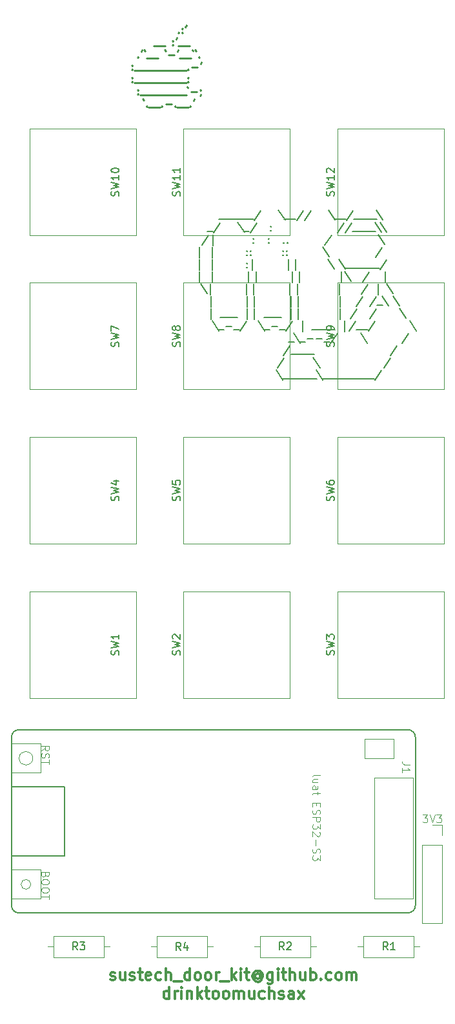
<source format=gto>
G04 #@! TF.GenerationSoftware,KiCad,Pcbnew,7.0.5*
G04 #@! TF.CreationDate,2023-07-06T09:19:53+08:00*
G04 #@! TF.ProjectId,exMoudle,65784d6f-7564-46c6-952e-6b696361645f,rev?*
G04 #@! TF.SameCoordinates,PX4433b78PY969def3*
G04 #@! TF.FileFunction,Legend,Top*
G04 #@! TF.FilePolarity,Positive*
%FSLAX45Y45*%
G04 Gerber Fmt 4.5, Leading zero omitted, Abs format (unit mm)*
G04 Created by KiCad (PCBNEW 7.0.5) date 2023-07-06 09:19:53*
%MOMM*%
%LPD*%
G01*
G04 APERTURE LIST*
%ADD10C,0.150000*%
%ADD11C,0.250000*%
%ADD12C,0.300000*%
%ADD13C,0.125000*%
%ADD14C,0.100000*%
%ADD15C,0.120000*%
G04 APERTURE END LIST*
D10*
X-232870Y10269824D02*
X-156679Y10269824D01*
X-156679Y10269824D02*
X-80489Y10269824D01*
X-80489Y10269824D02*
X-4298Y10269824D01*
X-4298Y10269824D02*
X71892Y10269824D01*
X71892Y10269824D02*
X148083Y10269824D01*
X148083Y10269824D02*
X224273Y10269824D01*
X319511Y10384110D02*
X233797Y10255539D01*
X548083Y10388872D02*
X633797Y10260300D01*
X624274Y10269824D02*
X700464Y10269824D01*
X700464Y10269824D02*
X776654Y10269824D01*
X871892Y10384110D02*
X786178Y10255539D01*
X976654Y10384110D02*
X890940Y10255539D01*
X1205226Y10388872D02*
X1290940Y10260300D01*
X1281417Y10269824D02*
X1357607Y10269824D01*
X1357607Y10269824D02*
X1433797Y10269824D01*
X1529035Y10384110D02*
X1443321Y10255539D01*
X1538559Y10269824D02*
X1614750Y10269824D01*
X1614750Y10269824D02*
X1690940Y10269824D01*
X1690940Y10269824D02*
X1767131Y10269824D01*
X1767131Y10269824D02*
X1843321Y10269824D01*
X1833797Y10388872D02*
X1919512Y10260300D01*
X-385251Y10108824D02*
X-309060Y10108824D01*
X-213822Y10223110D02*
X-299536Y10094539D01*
X14749Y10227872D02*
X100464Y10099300D01*
X90940Y10108824D02*
X167130Y10108824D01*
X262369Y10223110D02*
X176654Y10094539D01*
X448083Y10127872D02*
X452845Y10123110D01*
X452845Y10123110D02*
X448083Y10118348D01*
X448083Y10118348D02*
X443321Y10123110D01*
X443321Y10123110D02*
X448083Y10127872D01*
X448083Y10127872D02*
X448083Y10118348D01*
X448083Y10180253D02*
X452845Y10175491D01*
X452845Y10175491D02*
X448083Y10170729D01*
X448083Y10170729D02*
X443321Y10175491D01*
X443321Y10175491D02*
X448083Y10180253D01*
X448083Y10180253D02*
X448083Y10170729D01*
X1405226Y10223110D02*
X1319512Y10094539D01*
X1509988Y10223110D02*
X1424274Y10094539D01*
X1519512Y10108824D02*
X1595702Y10108824D01*
X1595702Y10108824D02*
X1671893Y10108824D01*
X1671893Y10108824D02*
X1748083Y10108824D01*
X1748083Y10108824D02*
X1824274Y10108824D01*
X1814750Y10227872D02*
X1900464Y10099300D01*
X1881416Y10227872D02*
X1967131Y10099300D01*
X-366203Y10062110D02*
X-451917Y9933539D01*
X-309060Y9924015D02*
X-309060Y10066872D01*
X219511Y9966872D02*
X224273Y9962110D01*
X224273Y9962110D02*
X219511Y9957348D01*
X219511Y9957348D02*
X214749Y9962110D01*
X214749Y9962110D02*
X219511Y9966872D01*
X219511Y9966872D02*
X219511Y9957348D01*
X219511Y10019253D02*
X224273Y10014491D01*
X224273Y10014491D02*
X219511Y10009729D01*
X219511Y10009729D02*
X214749Y10014491D01*
X214749Y10014491D02*
X219511Y10019253D01*
X219511Y10019253D02*
X219511Y10009729D01*
X419511Y9966872D02*
X424273Y9962110D01*
X424273Y9962110D02*
X419511Y9957348D01*
X419511Y9957348D02*
X414749Y9962110D01*
X414749Y9962110D02*
X419511Y9966872D01*
X419511Y9966872D02*
X419511Y9957348D01*
X419511Y10019253D02*
X424273Y10014491D01*
X424273Y10014491D02*
X419511Y10009729D01*
X419511Y10009729D02*
X414749Y10014491D01*
X414749Y10014491D02*
X419511Y10019253D01*
X419511Y10019253D02*
X419511Y10009729D01*
X619511Y9966872D02*
X624273Y9962110D01*
X624273Y9962110D02*
X619511Y9957348D01*
X619511Y9957348D02*
X614750Y9962110D01*
X614750Y9962110D02*
X619511Y9966872D01*
X619511Y9966872D02*
X619511Y9957348D01*
X667130Y9966872D02*
X671892Y9962110D01*
X671892Y9962110D02*
X667130Y9957348D01*
X667130Y9957348D02*
X662369Y9962110D01*
X662369Y9962110D02*
X667130Y9966872D01*
X667130Y9966872D02*
X667130Y9957348D01*
X1243321Y10062110D02*
X1157607Y9933539D01*
X1852845Y10066872D02*
X1938559Y9938300D01*
X-490013Y9763015D02*
X-490013Y9905872D01*
X-318584Y9763015D02*
X-318584Y9905872D01*
X133797Y9805872D02*
X138559Y9801110D01*
X138559Y9801110D02*
X133797Y9796348D01*
X133797Y9796348D02*
X129035Y9801110D01*
X129035Y9801110D02*
X133797Y9805872D01*
X133797Y9805872D02*
X133797Y9796348D01*
X133797Y9858253D02*
X138559Y9853491D01*
X138559Y9853491D02*
X133797Y9848729D01*
X133797Y9848729D02*
X129035Y9853491D01*
X129035Y9853491D02*
X133797Y9858253D01*
X133797Y9858253D02*
X133797Y9848729D01*
X181416Y9805872D02*
X186178Y9801110D01*
X186178Y9801110D02*
X181416Y9796348D01*
X181416Y9796348D02*
X176654Y9801110D01*
X176654Y9801110D02*
X181416Y9805872D01*
X181416Y9805872D02*
X181416Y9796348D01*
X181416Y9858253D02*
X186178Y9853491D01*
X186178Y9853491D02*
X181416Y9848729D01*
X181416Y9848729D02*
X176654Y9853491D01*
X176654Y9853491D02*
X181416Y9858253D01*
X181416Y9858253D02*
X181416Y9848729D01*
X609988Y9805872D02*
X614750Y9801110D01*
X614750Y9801110D02*
X609988Y9796348D01*
X609988Y9796348D02*
X605226Y9801110D01*
X605226Y9801110D02*
X609988Y9805872D01*
X609988Y9805872D02*
X609988Y9796348D01*
X609988Y9858253D02*
X614750Y9853491D01*
X614750Y9853491D02*
X609988Y9848729D01*
X609988Y9848729D02*
X605226Y9853491D01*
X605226Y9853491D02*
X609988Y9858253D01*
X609988Y9858253D02*
X609988Y9848729D01*
X657607Y9805872D02*
X662369Y9801110D01*
X662369Y9801110D02*
X657607Y9796348D01*
X657607Y9796348D02*
X652845Y9801110D01*
X652845Y9801110D02*
X657607Y9805872D01*
X657607Y9805872D02*
X657607Y9796348D01*
X657607Y9858253D02*
X662369Y9853491D01*
X662369Y9853491D02*
X657607Y9848729D01*
X657607Y9848729D02*
X652845Y9853491D01*
X652845Y9853491D02*
X657607Y9858253D01*
X657607Y9858253D02*
X657607Y9848729D01*
X1129035Y9905872D02*
X1214750Y9777300D01*
X1909988Y9901110D02*
X1824274Y9772539D01*
X-490013Y9602015D02*
X-490013Y9744872D01*
X-318584Y9602015D02*
X-318584Y9744872D01*
X133797Y9644872D02*
X138559Y9640110D01*
X138559Y9640110D02*
X133797Y9635348D01*
X133797Y9635348D02*
X129035Y9640110D01*
X129035Y9640110D02*
X133797Y9644872D01*
X133797Y9644872D02*
X133797Y9635348D01*
X133797Y9697253D02*
X138559Y9692491D01*
X138559Y9692491D02*
X133797Y9687729D01*
X133797Y9687729D02*
X129035Y9692491D01*
X129035Y9692491D02*
X133797Y9697253D01*
X133797Y9697253D02*
X133797Y9687729D01*
X205226Y9602015D02*
X205226Y9744872D01*
X681416Y9602015D02*
X681416Y9744872D01*
X776654Y9602015D02*
X776654Y9744872D01*
X1195702Y9744872D02*
X1281416Y9616300D01*
X1338559Y9744872D02*
X1424273Y9616300D01*
X1414750Y9625824D02*
X1490940Y9625824D01*
X1490940Y9625824D02*
X1567131Y9625824D01*
X1567131Y9625824D02*
X1643321Y9625824D01*
X1643321Y9625824D02*
X1719512Y9625824D01*
X1719512Y9625824D02*
X1795702Y9625824D01*
X1795702Y9625824D02*
X1871893Y9625824D01*
X1967131Y9740110D02*
X1881417Y9611539D01*
X-490013Y9441015D02*
X-490013Y9583872D01*
X-318584Y9441015D02*
X-318584Y9583872D01*
X157607Y9441015D02*
X157607Y9583872D01*
X252845Y9441015D02*
X252845Y9583872D01*
X729035Y9441015D02*
X729035Y9583872D01*
X824273Y9441015D02*
X824273Y9583872D01*
X1376655Y9441015D02*
X1376655Y9583872D01*
X1414750Y9583872D02*
X1500464Y9455300D01*
X1738559Y9579110D02*
X1652845Y9450539D01*
X1948083Y9441015D02*
X1948083Y9583872D01*
X-470965Y9422872D02*
X-385251Y9294300D01*
X-347155Y9280015D02*
X-347155Y9422872D01*
X129035Y9280015D02*
X129035Y9422872D01*
X224273Y9280015D02*
X224273Y9422872D01*
X700464Y9280015D02*
X700464Y9422872D01*
X795702Y9280015D02*
X795702Y9422872D01*
X1348083Y9280015D02*
X1348083Y9422872D01*
X1719512Y9418110D02*
X1633797Y9289539D01*
X1852845Y9280015D02*
X1852845Y9422872D01*
X1967131Y9422872D02*
X2052845Y9294300D01*
X-337632Y9119015D02*
X-337632Y9261872D01*
X138559Y9119015D02*
X138559Y9261872D01*
X233797Y9119015D02*
X233797Y9261872D01*
X709988Y9119015D02*
X709988Y9261872D01*
X805226Y9119015D02*
X805226Y9261872D01*
X1357607Y9119015D02*
X1357607Y9261872D01*
X1652845Y9257110D02*
X1567131Y9128539D01*
X1833797Y9257110D02*
X1748083Y9128539D01*
X1843321Y9142824D02*
X1919512Y9142824D01*
X1909988Y9261872D02*
X1995702Y9133300D01*
X2052845Y9261872D02*
X2138559Y9133300D01*
X-337632Y8958015D02*
X-337632Y9100872D01*
X-213822Y8981824D02*
X-137632Y8981824D01*
X-137632Y8981824D02*
X-61441Y8981824D01*
X-61441Y8981824D02*
X14749Y8981824D01*
X138559Y8958015D02*
X138559Y9100872D01*
X233797Y8958015D02*
X233797Y9100872D01*
X357607Y8981824D02*
X433797Y8981824D01*
X433797Y8981824D02*
X509988Y8981824D01*
X509988Y8981824D02*
X586178Y8981824D01*
X709988Y8958015D02*
X709988Y9100872D01*
X805226Y8958015D02*
X805226Y9100872D01*
X1357607Y8958015D02*
X1357607Y9100872D01*
X1576654Y9096110D02*
X1490940Y8967539D01*
X1833797Y9096110D02*
X1748083Y8967539D01*
X2138559Y9100872D02*
X2224274Y8972300D01*
X-318584Y8939872D02*
X-232870Y8811300D01*
X-242393Y8820824D02*
X-166203Y8820824D01*
X-142393Y8868443D02*
X-66203Y8868443D01*
X-42393Y8820824D02*
X33797Y8820824D01*
X129035Y8935110D02*
X43321Y8806539D01*
X281416Y8939872D02*
X367130Y8811300D01*
X357607Y8820824D02*
X433797Y8820824D01*
X457607Y8868443D02*
X533797Y8868443D01*
X557607Y8820824D02*
X633797Y8820824D01*
X729035Y8935110D02*
X643321Y8806539D01*
X862369Y8797015D02*
X862369Y8939872D01*
X986178Y8820824D02*
X1062369Y8820824D01*
X1062369Y8820824D02*
X1138559Y8820824D01*
X1138559Y8820824D02*
X1214750Y8820824D01*
X1214750Y8820824D02*
X1290940Y8820824D01*
X1414750Y8797015D02*
X1414750Y8939872D01*
X1557607Y8935110D02*
X1471893Y8806539D01*
X1567131Y8820824D02*
X1643321Y8820824D01*
X1643321Y8820824D02*
X1719512Y8820824D01*
X1814750Y8935110D02*
X1729035Y8806539D01*
X2271893Y8939872D02*
X2357607Y8811300D01*
X681416Y8659824D02*
X757607Y8659824D01*
X748083Y8778872D02*
X833797Y8650300D01*
X824274Y8659824D02*
X900464Y8659824D01*
X924274Y8707443D02*
X1000464Y8707443D01*
X1048083Y8707443D02*
X1124274Y8707443D01*
X1148083Y8659824D02*
X1224274Y8659824D01*
X1319512Y8774110D02*
X1233797Y8645539D01*
X1624274Y8778872D02*
X1709988Y8650300D01*
X2252845Y8774110D02*
X2167131Y8645539D01*
X700464Y8613110D02*
X614750Y8484539D01*
X709988Y8498824D02*
X786178Y8498824D01*
X786178Y8498824D02*
X862369Y8498824D01*
X862369Y8498824D02*
X938559Y8498824D01*
X938559Y8498824D02*
X1014750Y8498824D01*
X2100464Y8613110D02*
X2014750Y8484539D01*
X624273Y8452110D02*
X538559Y8323538D01*
X1005226Y8456872D02*
X1090940Y8328300D01*
X2014750Y8452110D02*
X1929036Y8323538D01*
X519511Y8295872D02*
X605226Y8167300D01*
X595702Y8176824D02*
X671893Y8176824D01*
X671893Y8176824D02*
X748083Y8176824D01*
X748083Y8176824D02*
X824273Y8176824D01*
X824274Y8176824D02*
X900464Y8176824D01*
X900464Y8176824D02*
X976654Y8176824D01*
X976655Y8176824D02*
X1052845Y8176824D01*
X1043321Y8295872D02*
X1129036Y8167300D01*
X1119512Y8176824D02*
X1195702Y8176824D01*
X1195702Y8176824D02*
X1271893Y8176824D01*
X1271893Y8176824D02*
X1348083Y8176824D01*
X1348083Y8176824D02*
X1424274Y8176824D01*
X1424274Y8176824D02*
X1500464Y8176824D01*
X1500464Y8176824D02*
X1576655Y8176824D01*
X1576655Y8176824D02*
X1652845Y8176824D01*
X1652845Y8176824D02*
X1729036Y8176824D01*
X1729036Y8176824D02*
X1805226Y8176824D01*
X1900464Y8291110D02*
X1814750Y8162538D01*
D11*
X-761338Y12718392D02*
X-756576Y12713630D01*
X-756576Y12713630D02*
X-761338Y12708868D01*
X-761338Y12708868D02*
X-766100Y12713630D01*
X-766100Y12713630D02*
X-761338Y12718392D01*
X-761338Y12718392D02*
X-761338Y12708868D01*
X-713719Y12718392D02*
X-708957Y12713630D01*
X-708957Y12713630D02*
X-713719Y12708868D01*
X-713719Y12708868D02*
X-718481Y12713630D01*
X-718481Y12713630D02*
X-713719Y12718392D01*
X-713719Y12718392D02*
X-713719Y12708868D01*
X-713719Y12770773D02*
X-708957Y12766011D01*
X-708957Y12766011D02*
X-713719Y12761249D01*
X-713719Y12761249D02*
X-718481Y12766011D01*
X-718481Y12766011D02*
X-713719Y12770773D01*
X-713719Y12770773D02*
X-713719Y12761249D01*
X-661338Y12808868D02*
X-670862Y12789820D01*
X-1089910Y12538344D02*
X-1013719Y12538344D01*
X-1013719Y12538344D02*
X-937529Y12538344D01*
X-837529Y12557392D02*
X-832767Y12552630D01*
X-832767Y12552630D02*
X-837529Y12547868D01*
X-837529Y12547868D02*
X-842291Y12552630D01*
X-842291Y12552630D02*
X-837529Y12557392D01*
X-837529Y12557392D02*
X-837529Y12547868D01*
X-837529Y12609773D02*
X-832767Y12605011D01*
X-832767Y12605011D02*
X-837529Y12600249D01*
X-837529Y12600249D02*
X-842291Y12605011D01*
X-842291Y12605011D02*
X-837529Y12609773D01*
X-837529Y12609773D02*
X-837529Y12600249D01*
X-785148Y12647868D02*
X-794672Y12628820D01*
X-766100Y12538344D02*
X-689910Y12538344D01*
X-689910Y12538344D02*
X-613719Y12538344D01*
X-1294672Y12396392D02*
X-1289910Y12391630D01*
X-1289910Y12391630D02*
X-1294672Y12386868D01*
X-1294672Y12386868D02*
X-1299434Y12391630D01*
X-1299434Y12391630D02*
X-1294672Y12396392D01*
X-1294672Y12396392D02*
X-1294672Y12386868D01*
X-1242291Y12486868D02*
X-1251815Y12467820D01*
X-1213719Y12491630D02*
X-1199434Y12477344D01*
X-1185148Y12377344D02*
X-1108958Y12377344D01*
X-1108958Y12377344D02*
X-1032767Y12377344D01*
X-947053Y12491630D02*
X-932767Y12477344D01*
X-894672Y12424963D02*
X-818481Y12424963D01*
X-766100Y12486868D02*
X-775624Y12467820D01*
X-747053Y12377344D02*
X-670862Y12377344D01*
X-670862Y12377344D02*
X-594672Y12377344D01*
X-585148Y12491630D02*
X-570862Y12477344D01*
X-547053Y12491630D02*
X-532767Y12477344D01*
X-494672Y12396392D02*
X-489910Y12391630D01*
X-489910Y12391630D02*
X-494672Y12386868D01*
X-494672Y12386868D02*
X-499434Y12391630D01*
X-499434Y12391630D02*
X-494672Y12396392D01*
X-494672Y12396392D02*
X-494672Y12386868D01*
X-1370862Y12235392D02*
X-1366100Y12230630D01*
X-1366100Y12230630D02*
X-1370862Y12225868D01*
X-1370862Y12225868D02*
X-1375624Y12230630D01*
X-1375624Y12230630D02*
X-1370862Y12235392D01*
X-1370862Y12235392D02*
X-1370862Y12225868D01*
X-1370862Y12287773D02*
X-1366100Y12283011D01*
X-1366100Y12283011D02*
X-1370862Y12278249D01*
X-1370862Y12278249D02*
X-1375624Y12283011D01*
X-1375624Y12283011D02*
X-1370862Y12287773D01*
X-1370862Y12287773D02*
X-1370862Y12278249D01*
X-1347053Y12216344D02*
X-1270862Y12216344D01*
X-1270862Y12216344D02*
X-1194672Y12216344D01*
X-1194672Y12216344D02*
X-1118481Y12216344D01*
X-1118481Y12216344D02*
X-1042291Y12216344D01*
X-1042291Y12216344D02*
X-966100Y12216344D01*
X-966100Y12216344D02*
X-889910Y12216344D01*
X-889910Y12216344D02*
X-813719Y12216344D01*
X-813719Y12216344D02*
X-737529Y12216344D01*
X-737529Y12216344D02*
X-661338Y12216344D01*
X-637529Y12235392D02*
X-632767Y12230630D01*
X-632767Y12230630D02*
X-637529Y12225868D01*
X-637529Y12225868D02*
X-642291Y12230630D01*
X-642291Y12230630D02*
X-637529Y12235392D01*
X-637529Y12235392D02*
X-637529Y12225868D01*
X-589910Y12263963D02*
X-513719Y12263963D01*
X-461338Y12325868D02*
X-470862Y12306820D01*
X-1370862Y12074392D02*
X-1366100Y12069630D01*
X-1366100Y12069630D02*
X-1370862Y12064868D01*
X-1370862Y12064868D02*
X-1375624Y12069630D01*
X-1375624Y12069630D02*
X-1370862Y12074392D01*
X-1370862Y12074392D02*
X-1370862Y12064868D01*
X-1370862Y12126773D02*
X-1366100Y12122011D01*
X-1366100Y12122011D02*
X-1370862Y12117249D01*
X-1370862Y12117249D02*
X-1375624Y12122011D01*
X-1375624Y12122011D02*
X-1370862Y12126773D01*
X-1370862Y12126773D02*
X-1370862Y12117249D01*
X-1347053Y12055344D02*
X-1270862Y12055344D01*
X-1270862Y12055344D02*
X-1194672Y12055344D01*
X-1194672Y12055344D02*
X-1118481Y12055344D01*
X-1118481Y12055344D02*
X-1042291Y12055344D01*
X-1042291Y12055344D02*
X-966100Y12055344D01*
X-966100Y12055344D02*
X-889910Y12055344D01*
X-889910Y12055344D02*
X-813719Y12055344D01*
X-813719Y12055344D02*
X-737529Y12055344D01*
X-737529Y12055344D02*
X-661338Y12055344D01*
X-637529Y12074392D02*
X-632767Y12069630D01*
X-632767Y12069630D02*
X-637529Y12064868D01*
X-637529Y12064868D02*
X-642291Y12069630D01*
X-642291Y12069630D02*
X-637529Y12074392D01*
X-637529Y12074392D02*
X-637529Y12064868D01*
X-637529Y12126773D02*
X-632767Y12122011D01*
X-632767Y12122011D02*
X-637529Y12117249D01*
X-637529Y12117249D02*
X-642291Y12122011D01*
X-642291Y12122011D02*
X-637529Y12126773D01*
X-637529Y12126773D02*
X-637529Y12117249D01*
X-1294672Y11913392D02*
X-1289910Y11908630D01*
X-1289910Y11908630D02*
X-1294672Y11903868D01*
X-1294672Y11903868D02*
X-1299434Y11908630D01*
X-1299434Y11908630D02*
X-1294672Y11913392D01*
X-1294672Y11913392D02*
X-1294672Y11903868D01*
X-1294672Y11965773D02*
X-1289910Y11961011D01*
X-1289910Y11961011D02*
X-1294672Y11956249D01*
X-1294672Y11956249D02*
X-1299434Y11961011D01*
X-1299434Y11961011D02*
X-1294672Y11965773D01*
X-1294672Y11965773D02*
X-1294672Y11956249D01*
X-1270862Y11894344D02*
X-1194672Y11894344D01*
X-1194672Y11894344D02*
X-1118481Y11894344D01*
X-1118481Y11894344D02*
X-1042291Y11894344D01*
X-1042291Y11894344D02*
X-966100Y11894344D01*
X-966100Y11894344D02*
X-889910Y11894344D01*
X-889910Y11894344D02*
X-813719Y11894344D01*
X-813719Y11894344D02*
X-737529Y11894344D01*
X-737529Y11894344D02*
X-661338Y11894344D01*
X-651814Y12008630D02*
X-637529Y11994344D01*
X-599434Y11941963D02*
X-523243Y11941963D01*
X-470862Y11908630D02*
X-470862Y11903868D01*
X-470862Y11903868D02*
X-475624Y11894344D01*
X-475624Y11894344D02*
X-480386Y11889582D01*
X-475624Y11965773D02*
X-470862Y11961011D01*
X-470862Y11961011D02*
X-475624Y11956249D01*
X-475624Y11956249D02*
X-480386Y11961011D01*
X-480386Y11961011D02*
X-475624Y11965773D01*
X-475624Y11965773D02*
X-475624Y11956249D01*
X-1232767Y11847630D02*
X-1218481Y11833344D01*
X-1180386Y11752392D02*
X-1175624Y11747630D01*
X-1175624Y11747630D02*
X-1180386Y11742868D01*
X-1180386Y11742868D02*
X-1185148Y11747630D01*
X-1185148Y11747630D02*
X-1180386Y11752392D01*
X-1180386Y11752392D02*
X-1180386Y11742868D01*
X-1156577Y11733344D02*
X-1080386Y11733344D01*
X-1080386Y11733344D02*
X-1004196Y11733344D01*
X-980386Y11752392D02*
X-975624Y11747630D01*
X-975624Y11747630D02*
X-980386Y11742868D01*
X-980386Y11742868D02*
X-985148Y11747630D01*
X-985148Y11747630D02*
X-980386Y11752392D01*
X-980386Y11752392D02*
X-980386Y11742868D01*
X-932767Y11780963D02*
X-856576Y11780963D01*
X-808957Y11752392D02*
X-804196Y11747630D01*
X-804196Y11747630D02*
X-808957Y11742868D01*
X-808957Y11742868D02*
X-813719Y11747630D01*
X-813719Y11747630D02*
X-808957Y11752392D01*
X-808957Y11752392D02*
X-808957Y11742868D01*
X-785148Y11733344D02*
X-708958Y11733344D01*
X-708957Y11733344D02*
X-632767Y11733344D01*
X-608958Y11752392D02*
X-604196Y11747630D01*
X-604196Y11747630D02*
X-608958Y11742868D01*
X-608958Y11742868D02*
X-613719Y11747630D01*
X-613719Y11747630D02*
X-608958Y11752392D01*
X-608958Y11752392D02*
X-608958Y11742868D01*
X-556577Y11842868D02*
X-566100Y11823820D01*
D12*
X-1657357Y313890D02*
X-1643071Y306747D01*
X-1643071Y306747D02*
X-1614500Y306747D01*
X-1614500Y306747D02*
X-1600214Y313890D01*
X-1600214Y313890D02*
X-1593071Y328176D01*
X-1593071Y328176D02*
X-1593071Y335319D01*
X-1593071Y335319D02*
X-1600214Y349604D01*
X-1600214Y349604D02*
X-1614500Y356747D01*
X-1614500Y356747D02*
X-1635929Y356747D01*
X-1635929Y356747D02*
X-1650214Y363890D01*
X-1650214Y363890D02*
X-1657357Y378176D01*
X-1657357Y378176D02*
X-1657357Y385318D01*
X-1657357Y385318D02*
X-1650214Y399604D01*
X-1650214Y399604D02*
X-1635929Y406747D01*
X-1635929Y406747D02*
X-1614500Y406747D01*
X-1614500Y406747D02*
X-1600214Y399604D01*
X-1464500Y406747D02*
X-1464500Y306747D01*
X-1528786Y406747D02*
X-1528786Y328176D01*
X-1528786Y328176D02*
X-1521643Y313890D01*
X-1521643Y313890D02*
X-1507357Y306747D01*
X-1507357Y306747D02*
X-1485929Y306747D01*
X-1485929Y306747D02*
X-1471643Y313890D01*
X-1471643Y313890D02*
X-1464500Y321033D01*
X-1400214Y313890D02*
X-1385929Y306747D01*
X-1385929Y306747D02*
X-1357357Y306747D01*
X-1357357Y306747D02*
X-1343072Y313890D01*
X-1343072Y313890D02*
X-1335929Y328176D01*
X-1335929Y328176D02*
X-1335929Y335319D01*
X-1335929Y335319D02*
X-1343072Y349604D01*
X-1343072Y349604D02*
X-1357357Y356747D01*
X-1357357Y356747D02*
X-1378786Y356747D01*
X-1378786Y356747D02*
X-1393072Y363890D01*
X-1393072Y363890D02*
X-1400214Y378176D01*
X-1400214Y378176D02*
X-1400214Y385318D01*
X-1400214Y385318D02*
X-1393072Y399604D01*
X-1393072Y399604D02*
X-1378786Y406747D01*
X-1378786Y406747D02*
X-1357357Y406747D01*
X-1357357Y406747D02*
X-1343072Y399604D01*
X-1293071Y406747D02*
X-1235929Y406747D01*
X-1271643Y456747D02*
X-1271643Y328176D01*
X-1271643Y328176D02*
X-1264500Y313890D01*
X-1264500Y313890D02*
X-1250214Y306747D01*
X-1250214Y306747D02*
X-1235929Y306747D01*
X-1128786Y313890D02*
X-1143071Y306747D01*
X-1143071Y306747D02*
X-1171643Y306747D01*
X-1171643Y306747D02*
X-1185929Y313890D01*
X-1185929Y313890D02*
X-1193071Y328176D01*
X-1193071Y328176D02*
X-1193071Y385318D01*
X-1193071Y385318D02*
X-1185929Y399604D01*
X-1185929Y399604D02*
X-1171643Y406747D01*
X-1171643Y406747D02*
X-1143071Y406747D01*
X-1143071Y406747D02*
X-1128786Y399604D01*
X-1128786Y399604D02*
X-1121643Y385318D01*
X-1121643Y385318D02*
X-1121643Y371033D01*
X-1121643Y371033D02*
X-1193071Y356747D01*
X-993071Y313890D02*
X-1007357Y306747D01*
X-1007357Y306747D02*
X-1035929Y306747D01*
X-1035929Y306747D02*
X-1050214Y313890D01*
X-1050214Y313890D02*
X-1057357Y321033D01*
X-1057357Y321033D02*
X-1064500Y335319D01*
X-1064500Y335319D02*
X-1064500Y378176D01*
X-1064500Y378176D02*
X-1057357Y392461D01*
X-1057357Y392461D02*
X-1050214Y399604D01*
X-1050214Y399604D02*
X-1035929Y406747D01*
X-1035929Y406747D02*
X-1007357Y406747D01*
X-1007357Y406747D02*
X-993071Y399604D01*
X-928786Y306747D02*
X-928786Y456747D01*
X-864500Y306747D02*
X-864500Y385318D01*
X-864500Y385318D02*
X-871643Y399604D01*
X-871643Y399604D02*
X-885929Y406747D01*
X-885929Y406747D02*
X-907357Y406747D01*
X-907357Y406747D02*
X-921643Y399604D01*
X-921643Y399604D02*
X-928786Y392461D01*
X-828786Y292461D02*
X-714500Y292461D01*
X-614500Y306747D02*
X-614500Y456747D01*
X-614500Y313890D02*
X-628786Y306747D01*
X-628786Y306747D02*
X-657357Y306747D01*
X-657357Y306747D02*
X-671643Y313890D01*
X-671643Y313890D02*
X-678786Y321033D01*
X-678786Y321033D02*
X-685929Y335319D01*
X-685929Y335319D02*
X-685929Y378176D01*
X-685929Y378176D02*
X-678786Y392461D01*
X-678786Y392461D02*
X-671643Y399604D01*
X-671643Y399604D02*
X-657357Y406747D01*
X-657357Y406747D02*
X-628786Y406747D01*
X-628786Y406747D02*
X-614500Y399604D01*
X-521643Y306747D02*
X-535929Y313890D01*
X-535929Y313890D02*
X-543072Y321033D01*
X-543072Y321033D02*
X-550214Y335319D01*
X-550214Y335319D02*
X-550214Y378176D01*
X-550214Y378176D02*
X-543072Y392461D01*
X-543072Y392461D02*
X-535929Y399604D01*
X-535929Y399604D02*
X-521643Y406747D01*
X-521643Y406747D02*
X-500214Y406747D01*
X-500214Y406747D02*
X-485929Y399604D01*
X-485929Y399604D02*
X-478786Y392461D01*
X-478786Y392461D02*
X-471643Y378176D01*
X-471643Y378176D02*
X-471643Y335319D01*
X-471643Y335319D02*
X-478786Y321033D01*
X-478786Y321033D02*
X-485929Y313890D01*
X-485929Y313890D02*
X-500214Y306747D01*
X-500214Y306747D02*
X-521643Y306747D01*
X-385929Y306747D02*
X-400214Y313890D01*
X-400214Y313890D02*
X-407357Y321033D01*
X-407357Y321033D02*
X-414500Y335319D01*
X-414500Y335319D02*
X-414500Y378176D01*
X-414500Y378176D02*
X-407357Y392461D01*
X-407357Y392461D02*
X-400214Y399604D01*
X-400214Y399604D02*
X-385929Y406747D01*
X-385929Y406747D02*
X-364500Y406747D01*
X-364500Y406747D02*
X-350214Y399604D01*
X-350214Y399604D02*
X-343071Y392461D01*
X-343071Y392461D02*
X-335929Y378176D01*
X-335929Y378176D02*
X-335929Y335319D01*
X-335929Y335319D02*
X-343071Y321033D01*
X-343071Y321033D02*
X-350214Y313890D01*
X-350214Y313890D02*
X-364500Y306747D01*
X-364500Y306747D02*
X-385929Y306747D01*
X-271643Y306747D02*
X-271643Y406747D01*
X-271643Y378176D02*
X-264500Y392461D01*
X-264500Y392461D02*
X-257357Y399604D01*
X-257357Y399604D02*
X-243071Y406747D01*
X-243071Y406747D02*
X-228786Y406747D01*
X-214500Y292461D02*
X-100214Y292461D01*
X-64500Y306747D02*
X-64500Y456747D01*
X-50214Y363890D02*
X-7357Y306747D01*
X-7357Y406747D02*
X-64500Y349604D01*
X56928Y306747D02*
X56928Y406747D01*
X56928Y456747D02*
X49786Y449604D01*
X49786Y449604D02*
X56928Y442461D01*
X56928Y442461D02*
X64071Y449604D01*
X64071Y449604D02*
X56928Y456747D01*
X56928Y456747D02*
X56928Y442461D01*
X106929Y406747D02*
X164071Y406747D01*
X128357Y456747D02*
X128357Y328176D01*
X128357Y328176D02*
X135500Y313890D01*
X135500Y313890D02*
X149786Y306747D01*
X149786Y306747D02*
X164071Y306747D01*
X306929Y378176D02*
X299786Y385318D01*
X299786Y385318D02*
X285500Y392461D01*
X285500Y392461D02*
X271214Y392461D01*
X271214Y392461D02*
X256929Y385318D01*
X256929Y385318D02*
X249786Y378176D01*
X249786Y378176D02*
X242643Y363890D01*
X242643Y363890D02*
X242643Y349604D01*
X242643Y349604D02*
X249786Y335319D01*
X249786Y335319D02*
X256929Y328176D01*
X256929Y328176D02*
X271214Y321033D01*
X271214Y321033D02*
X285500Y321033D01*
X285500Y321033D02*
X299786Y328176D01*
X299786Y328176D02*
X306929Y335319D01*
X306929Y392461D02*
X306929Y335319D01*
X306929Y335319D02*
X314071Y328176D01*
X314071Y328176D02*
X321214Y328176D01*
X321214Y328176D02*
X335500Y335319D01*
X335500Y335319D02*
X342643Y349604D01*
X342643Y349604D02*
X342643Y385318D01*
X342643Y385318D02*
X328357Y406747D01*
X328357Y406747D02*
X306929Y421033D01*
X306929Y421033D02*
X278357Y428176D01*
X278357Y428176D02*
X249786Y421033D01*
X249786Y421033D02*
X228357Y406747D01*
X228357Y406747D02*
X214071Y385318D01*
X214071Y385318D02*
X206929Y356747D01*
X206929Y356747D02*
X214071Y328176D01*
X214071Y328176D02*
X228357Y306747D01*
X228357Y306747D02*
X249786Y292461D01*
X249786Y292461D02*
X278357Y285319D01*
X278357Y285319D02*
X306929Y292461D01*
X306929Y292461D02*
X328357Y306747D01*
X471214Y406747D02*
X471214Y285319D01*
X471214Y285319D02*
X464071Y271033D01*
X464071Y271033D02*
X456928Y263890D01*
X456928Y263890D02*
X442643Y256747D01*
X442643Y256747D02*
X421214Y256747D01*
X421214Y256747D02*
X406928Y263890D01*
X471214Y313890D02*
X456928Y306747D01*
X456928Y306747D02*
X428357Y306747D01*
X428357Y306747D02*
X414071Y313890D01*
X414071Y313890D02*
X406928Y321033D01*
X406928Y321033D02*
X399786Y335319D01*
X399786Y335319D02*
X399786Y378176D01*
X399786Y378176D02*
X406928Y392461D01*
X406928Y392461D02*
X414071Y399604D01*
X414071Y399604D02*
X428357Y406747D01*
X428357Y406747D02*
X456928Y406747D01*
X456928Y406747D02*
X471214Y399604D01*
X542643Y306747D02*
X542643Y406747D01*
X542643Y456747D02*
X535500Y449604D01*
X535500Y449604D02*
X542643Y442461D01*
X542643Y442461D02*
X549786Y449604D01*
X549786Y449604D02*
X542643Y456747D01*
X542643Y456747D02*
X542643Y442461D01*
X592643Y406747D02*
X649786Y406747D01*
X614071Y456747D02*
X614071Y328176D01*
X614071Y328176D02*
X621214Y313890D01*
X621214Y313890D02*
X635500Y306747D01*
X635500Y306747D02*
X649786Y306747D01*
X699786Y306747D02*
X699786Y456747D01*
X764071Y306747D02*
X764071Y385318D01*
X764071Y385318D02*
X756929Y399604D01*
X756929Y399604D02*
X742643Y406747D01*
X742643Y406747D02*
X721214Y406747D01*
X721214Y406747D02*
X706929Y399604D01*
X706929Y399604D02*
X699786Y392461D01*
X899786Y406747D02*
X899786Y306747D01*
X835500Y406747D02*
X835500Y328176D01*
X835500Y328176D02*
X842643Y313890D01*
X842643Y313890D02*
X856929Y306747D01*
X856929Y306747D02*
X878357Y306747D01*
X878357Y306747D02*
X892643Y313890D01*
X892643Y313890D02*
X899786Y321033D01*
X971214Y306747D02*
X971214Y456747D01*
X971214Y399604D02*
X985500Y406747D01*
X985500Y406747D02*
X1014071Y406747D01*
X1014071Y406747D02*
X1028357Y399604D01*
X1028357Y399604D02*
X1035500Y392461D01*
X1035500Y392461D02*
X1042643Y378176D01*
X1042643Y378176D02*
X1042643Y335319D01*
X1042643Y335319D02*
X1035500Y321033D01*
X1035500Y321033D02*
X1028357Y313890D01*
X1028357Y313890D02*
X1014071Y306747D01*
X1014071Y306747D02*
X985500Y306747D01*
X985500Y306747D02*
X971214Y313890D01*
X1106929Y321033D02*
X1114072Y313890D01*
X1114072Y313890D02*
X1106929Y306747D01*
X1106929Y306747D02*
X1099786Y313890D01*
X1099786Y313890D02*
X1106929Y321033D01*
X1106929Y321033D02*
X1106929Y306747D01*
X1242643Y313890D02*
X1228357Y306747D01*
X1228357Y306747D02*
X1199786Y306747D01*
X1199786Y306747D02*
X1185500Y313890D01*
X1185500Y313890D02*
X1178357Y321033D01*
X1178357Y321033D02*
X1171214Y335319D01*
X1171214Y335319D02*
X1171214Y378176D01*
X1171214Y378176D02*
X1178357Y392461D01*
X1178357Y392461D02*
X1185500Y399604D01*
X1185500Y399604D02*
X1199786Y406747D01*
X1199786Y406747D02*
X1228357Y406747D01*
X1228357Y406747D02*
X1242643Y399604D01*
X1328357Y306747D02*
X1314072Y313890D01*
X1314072Y313890D02*
X1306929Y321033D01*
X1306929Y321033D02*
X1299786Y335319D01*
X1299786Y335319D02*
X1299786Y378176D01*
X1299786Y378176D02*
X1306929Y392461D01*
X1306929Y392461D02*
X1314072Y399604D01*
X1314072Y399604D02*
X1328357Y406747D01*
X1328357Y406747D02*
X1349786Y406747D01*
X1349786Y406747D02*
X1364072Y399604D01*
X1364072Y399604D02*
X1371214Y392461D01*
X1371214Y392461D02*
X1378357Y378176D01*
X1378357Y378176D02*
X1378357Y335319D01*
X1378357Y335319D02*
X1371214Y321033D01*
X1371214Y321033D02*
X1364072Y313890D01*
X1364072Y313890D02*
X1349786Y306747D01*
X1349786Y306747D02*
X1328357Y306747D01*
X1442643Y306747D02*
X1442643Y406747D01*
X1442643Y392461D02*
X1449786Y399604D01*
X1449786Y399604D02*
X1464071Y406747D01*
X1464071Y406747D02*
X1485500Y406747D01*
X1485500Y406747D02*
X1499786Y399604D01*
X1499786Y399604D02*
X1506929Y385318D01*
X1506929Y385318D02*
X1506929Y306747D01*
X1506929Y385318D02*
X1514071Y399604D01*
X1514071Y399604D02*
X1528357Y406747D01*
X1528357Y406747D02*
X1549786Y406747D01*
X1549786Y406747D02*
X1564071Y399604D01*
X1564071Y399604D02*
X1571214Y385318D01*
X1571214Y385318D02*
X1571214Y306747D01*
X-885929Y65247D02*
X-885929Y215247D01*
X-885929Y72390D02*
X-900214Y65247D01*
X-900214Y65247D02*
X-928786Y65247D01*
X-928786Y65247D02*
X-943071Y72390D01*
X-943071Y72390D02*
X-950214Y79533D01*
X-950214Y79533D02*
X-957357Y93818D01*
X-957357Y93818D02*
X-957357Y136676D01*
X-957357Y136676D02*
X-950214Y150961D01*
X-950214Y150961D02*
X-943071Y158104D01*
X-943071Y158104D02*
X-928786Y165247D01*
X-928786Y165247D02*
X-900214Y165247D01*
X-900214Y165247D02*
X-885929Y158104D01*
X-814500Y65247D02*
X-814500Y165247D01*
X-814500Y136676D02*
X-807357Y150961D01*
X-807357Y150961D02*
X-800214Y158104D01*
X-800214Y158104D02*
X-785929Y165247D01*
X-785929Y165247D02*
X-771643Y165247D01*
X-721643Y65247D02*
X-721643Y165247D01*
X-721643Y215247D02*
X-728786Y208104D01*
X-728786Y208104D02*
X-721643Y200961D01*
X-721643Y200961D02*
X-714500Y208104D01*
X-714500Y208104D02*
X-721643Y215247D01*
X-721643Y215247D02*
X-721643Y200961D01*
X-650214Y165247D02*
X-650214Y65247D01*
X-650214Y150961D02*
X-643072Y158104D01*
X-643072Y158104D02*
X-628786Y165247D01*
X-628786Y165247D02*
X-607357Y165247D01*
X-607357Y165247D02*
X-593072Y158104D01*
X-593072Y158104D02*
X-585929Y143819D01*
X-585929Y143819D02*
X-585929Y65247D01*
X-514500Y65247D02*
X-514500Y215247D01*
X-500214Y122390D02*
X-457357Y65247D01*
X-457357Y165247D02*
X-514500Y108104D01*
X-414500Y165247D02*
X-357357Y165247D01*
X-393071Y215247D02*
X-393071Y86676D01*
X-393071Y86676D02*
X-385929Y72390D01*
X-385929Y72390D02*
X-371643Y65247D01*
X-371643Y65247D02*
X-357357Y65247D01*
X-285929Y65247D02*
X-300214Y72390D01*
X-300214Y72390D02*
X-307357Y79533D01*
X-307357Y79533D02*
X-314500Y93818D01*
X-314500Y93818D02*
X-314500Y136676D01*
X-314500Y136676D02*
X-307357Y150961D01*
X-307357Y150961D02*
X-300214Y158104D01*
X-300214Y158104D02*
X-285929Y165247D01*
X-285929Y165247D02*
X-264500Y165247D01*
X-264500Y165247D02*
X-250214Y158104D01*
X-250214Y158104D02*
X-243071Y150961D01*
X-243071Y150961D02*
X-235929Y136676D01*
X-235929Y136676D02*
X-235929Y93818D01*
X-235929Y93818D02*
X-243071Y79533D01*
X-243071Y79533D02*
X-250214Y72390D01*
X-250214Y72390D02*
X-264500Y65247D01*
X-264500Y65247D02*
X-285929Y65247D01*
X-150214Y65247D02*
X-164500Y72390D01*
X-164500Y72390D02*
X-171643Y79533D01*
X-171643Y79533D02*
X-178786Y93818D01*
X-178786Y93818D02*
X-178786Y136676D01*
X-178786Y136676D02*
X-171643Y150961D01*
X-171643Y150961D02*
X-164500Y158104D01*
X-164500Y158104D02*
X-150214Y165247D01*
X-150214Y165247D02*
X-128786Y165247D01*
X-128786Y165247D02*
X-114500Y158104D01*
X-114500Y158104D02*
X-107357Y150961D01*
X-107357Y150961D02*
X-100214Y136676D01*
X-100214Y136676D02*
X-100214Y93818D01*
X-100214Y93818D02*
X-107357Y79533D01*
X-107357Y79533D02*
X-114500Y72390D01*
X-114500Y72390D02*
X-128786Y65247D01*
X-128786Y65247D02*
X-150214Y65247D01*
X-35929Y65247D02*
X-35929Y165247D01*
X-35929Y150961D02*
X-28786Y158104D01*
X-28786Y158104D02*
X-14500Y165247D01*
X-14500Y165247D02*
X6929Y165247D01*
X6929Y165247D02*
X21214Y158104D01*
X21214Y158104D02*
X28357Y143819D01*
X28357Y143819D02*
X28357Y65247D01*
X28357Y143819D02*
X35500Y158104D01*
X35500Y158104D02*
X49786Y165247D01*
X49786Y165247D02*
X71214Y165247D01*
X71214Y165247D02*
X85500Y158104D01*
X85500Y158104D02*
X92643Y143819D01*
X92643Y143819D02*
X92643Y65247D01*
X228357Y165247D02*
X228357Y65247D01*
X164071Y165247D02*
X164071Y86676D01*
X164071Y86676D02*
X171214Y72390D01*
X171214Y72390D02*
X185500Y65247D01*
X185500Y65247D02*
X206929Y65247D01*
X206929Y65247D02*
X221214Y72390D01*
X221214Y72390D02*
X228357Y79533D01*
X364071Y72390D02*
X349786Y65247D01*
X349786Y65247D02*
X321214Y65247D01*
X321214Y65247D02*
X306929Y72390D01*
X306929Y72390D02*
X299786Y79533D01*
X299786Y79533D02*
X292643Y93818D01*
X292643Y93818D02*
X292643Y136676D01*
X292643Y136676D02*
X299786Y150961D01*
X299786Y150961D02*
X306929Y158104D01*
X306929Y158104D02*
X321214Y165247D01*
X321214Y165247D02*
X349786Y165247D01*
X349786Y165247D02*
X364071Y158104D01*
X428357Y65247D02*
X428357Y215247D01*
X492643Y65247D02*
X492643Y143819D01*
X492643Y143819D02*
X485500Y158104D01*
X485500Y158104D02*
X471214Y165247D01*
X471214Y165247D02*
X449786Y165247D01*
X449786Y165247D02*
X435500Y158104D01*
X435500Y158104D02*
X428357Y150961D01*
X556929Y72390D02*
X571214Y65247D01*
X571214Y65247D02*
X599786Y65247D01*
X599786Y65247D02*
X614071Y72390D01*
X614071Y72390D02*
X621214Y86676D01*
X621214Y86676D02*
X621214Y93818D01*
X621214Y93818D02*
X614071Y108104D01*
X614071Y108104D02*
X599786Y115247D01*
X599786Y115247D02*
X578357Y115247D01*
X578357Y115247D02*
X564071Y122390D01*
X564071Y122390D02*
X556929Y136676D01*
X556929Y136676D02*
X556929Y143819D01*
X556929Y143819D02*
X564071Y158104D01*
X564071Y158104D02*
X578357Y165247D01*
X578357Y165247D02*
X599786Y165247D01*
X599786Y165247D02*
X614071Y158104D01*
X749786Y65247D02*
X749786Y143819D01*
X749786Y143819D02*
X742643Y158104D01*
X742643Y158104D02*
X728357Y165247D01*
X728357Y165247D02*
X699786Y165247D01*
X699786Y165247D02*
X685500Y158104D01*
X749786Y72390D02*
X735500Y65247D01*
X735500Y65247D02*
X699786Y65247D01*
X699786Y65247D02*
X685500Y72390D01*
X685500Y72390D02*
X678357Y86676D01*
X678357Y86676D02*
X678357Y100961D01*
X678357Y100961D02*
X685500Y115247D01*
X685500Y115247D02*
X699786Y122390D01*
X699786Y122390D02*
X735500Y122390D01*
X735500Y122390D02*
X749786Y129533D01*
X806929Y65247D02*
X885500Y165247D01*
X806929Y165247D02*
X885500Y65247D01*
D13*
X2441009Y2471218D02*
X2502914Y2471218D01*
X2502914Y2471218D02*
X2469581Y2433123D01*
X2469581Y2433123D02*
X2483866Y2433123D01*
X2483866Y2433123D02*
X2493390Y2428361D01*
X2493390Y2428361D02*
X2498152Y2423599D01*
X2498152Y2423599D02*
X2502914Y2414075D01*
X2502914Y2414075D02*
X2502914Y2390266D01*
X2502914Y2390266D02*
X2498152Y2380742D01*
X2498152Y2380742D02*
X2493390Y2375980D01*
X2493390Y2375980D02*
X2483866Y2371218D01*
X2483866Y2371218D02*
X2455295Y2371218D01*
X2455295Y2371218D02*
X2445771Y2375980D01*
X2445771Y2375980D02*
X2441009Y2380742D01*
X2531486Y2471218D02*
X2564819Y2371218D01*
X2564819Y2371218D02*
X2598152Y2471218D01*
X2621962Y2471218D02*
X2683866Y2471218D01*
X2683866Y2471218D02*
X2650533Y2433123D01*
X2650533Y2433123D02*
X2664819Y2433123D01*
X2664819Y2433123D02*
X2674343Y2428361D01*
X2674343Y2428361D02*
X2679105Y2423599D01*
X2679105Y2423599D02*
X2683866Y2414075D01*
X2683866Y2414075D02*
X2683866Y2390266D01*
X2683866Y2390266D02*
X2679105Y2380742D01*
X2679105Y2380742D02*
X2674343Y2375980D01*
X2674343Y2375980D02*
X2664819Y2371218D01*
X2664819Y2371218D02*
X2636247Y2371218D01*
X2636247Y2371218D02*
X2626724Y2375980D01*
X2626724Y2375980D02*
X2621962Y2380742D01*
D10*
G04 #@! TO.C,SW10*
X-1550780Y10577378D02*
X-1546018Y10591663D01*
X-1546018Y10591663D02*
X-1546018Y10615473D01*
X-1546018Y10615473D02*
X-1550780Y10624997D01*
X-1550780Y10624997D02*
X-1555542Y10629759D01*
X-1555542Y10629759D02*
X-1565066Y10634520D01*
X-1565066Y10634520D02*
X-1574590Y10634520D01*
X-1574590Y10634520D02*
X-1584113Y10629759D01*
X-1584113Y10629759D02*
X-1588875Y10624997D01*
X-1588875Y10624997D02*
X-1593637Y10615473D01*
X-1593637Y10615473D02*
X-1598399Y10596425D01*
X-1598399Y10596425D02*
X-1603161Y10586901D01*
X-1603161Y10586901D02*
X-1607923Y10582140D01*
X-1607923Y10582140D02*
X-1617447Y10577378D01*
X-1617447Y10577378D02*
X-1626970Y10577378D01*
X-1626970Y10577378D02*
X-1636494Y10582140D01*
X-1636494Y10582140D02*
X-1641256Y10586901D01*
X-1641256Y10586901D02*
X-1646018Y10596425D01*
X-1646018Y10596425D02*
X-1646018Y10620235D01*
X-1646018Y10620235D02*
X-1641256Y10634520D01*
X-1646018Y10667854D02*
X-1546018Y10691663D01*
X-1546018Y10691663D02*
X-1617447Y10710711D01*
X-1617447Y10710711D02*
X-1546018Y10729759D01*
X-1546018Y10729759D02*
X-1646018Y10753568D01*
X-1546018Y10844044D02*
X-1546018Y10786901D01*
X-1546018Y10815473D02*
X-1646018Y10815473D01*
X-1646018Y10815473D02*
X-1631732Y10805949D01*
X-1631732Y10805949D02*
X-1622209Y10796425D01*
X-1622209Y10796425D02*
X-1617447Y10786901D01*
X-1646018Y10905949D02*
X-1646018Y10915473D01*
X-1646018Y10915473D02*
X-1641256Y10924997D01*
X-1641256Y10924997D02*
X-1636494Y10929759D01*
X-1636494Y10929759D02*
X-1626970Y10934520D01*
X-1626970Y10934520D02*
X-1607923Y10939282D01*
X-1607923Y10939282D02*
X-1584113Y10939282D01*
X-1584113Y10939282D02*
X-1565066Y10934520D01*
X-1565066Y10934520D02*
X-1555542Y10929759D01*
X-1555542Y10929759D02*
X-1550780Y10924997D01*
X-1550780Y10924997D02*
X-1546018Y10915473D01*
X-1546018Y10915473D02*
X-1546018Y10905949D01*
X-1546018Y10905949D02*
X-1550780Y10896425D01*
X-1550780Y10896425D02*
X-1555542Y10891663D01*
X-1555542Y10891663D02*
X-1565066Y10886901D01*
X-1565066Y10886901D02*
X-1584113Y10882140D01*
X-1584113Y10882140D02*
X-1607923Y10882140D01*
X-1607923Y10882140D02*
X-1626970Y10886901D01*
X-1626970Y10886901D02*
X-1636494Y10891663D01*
X-1636494Y10891663D02*
X-1641256Y10896425D01*
X-1641256Y10896425D02*
X-1646018Y10905949D01*
G04 #@! TO.C,SW7*
X-1550780Y8604997D02*
X-1546018Y8619282D01*
X-1546018Y8619282D02*
X-1546018Y8643092D01*
X-1546018Y8643092D02*
X-1550780Y8652616D01*
X-1550780Y8652616D02*
X-1555542Y8657378D01*
X-1555542Y8657378D02*
X-1565066Y8662140D01*
X-1565066Y8662140D02*
X-1574590Y8662140D01*
X-1574590Y8662140D02*
X-1584113Y8657378D01*
X-1584113Y8657378D02*
X-1588875Y8652616D01*
X-1588875Y8652616D02*
X-1593637Y8643092D01*
X-1593637Y8643092D02*
X-1598399Y8624044D01*
X-1598399Y8624044D02*
X-1603161Y8614521D01*
X-1603161Y8614521D02*
X-1607923Y8609759D01*
X-1607923Y8609759D02*
X-1617447Y8604997D01*
X-1617447Y8604997D02*
X-1626970Y8604997D01*
X-1626970Y8604997D02*
X-1636494Y8609759D01*
X-1636494Y8609759D02*
X-1641256Y8614521D01*
X-1641256Y8614521D02*
X-1646018Y8624044D01*
X-1646018Y8624044D02*
X-1646018Y8647854D01*
X-1646018Y8647854D02*
X-1641256Y8662140D01*
X-1646018Y8695473D02*
X-1546018Y8719282D01*
X-1546018Y8719282D02*
X-1617447Y8738330D01*
X-1617447Y8738330D02*
X-1546018Y8757378D01*
X-1546018Y8757378D02*
X-1646018Y8781187D01*
X-1646018Y8809759D02*
X-1646018Y8876425D01*
X-1646018Y8876425D02*
X-1546018Y8833568D01*
G04 #@! TO.C,R3*
X-2088167Y702848D02*
X-2121500Y750467D01*
X-2145310Y702848D02*
X-2145310Y802848D01*
X-2145310Y802848D02*
X-2107214Y802848D01*
X-2107214Y802848D02*
X-2097691Y798086D01*
X-2097691Y798086D02*
X-2092929Y793324D01*
X-2092929Y793324D02*
X-2088167Y783800D01*
X-2088167Y783800D02*
X-2088167Y769515D01*
X-2088167Y769515D02*
X-2092929Y759991D01*
X-2092929Y759991D02*
X-2097691Y755229D01*
X-2097691Y755229D02*
X-2107214Y750467D01*
X-2107214Y750467D02*
X-2145310Y750467D01*
X-2054833Y802848D02*
X-1992929Y802848D01*
X-1992929Y802848D02*
X-2026262Y764753D01*
X-2026262Y764753D02*
X-2011976Y764753D01*
X-2011976Y764753D02*
X-2002452Y759991D01*
X-2002452Y759991D02*
X-1997690Y755229D01*
X-1997690Y755229D02*
X-1992929Y745705D01*
X-1992929Y745705D02*
X-1992929Y721896D01*
X-1992929Y721896D02*
X-1997690Y712372D01*
X-1997690Y712372D02*
X-2002452Y707610D01*
X-2002452Y707610D02*
X-2011976Y702848D01*
X-2011976Y702848D02*
X-2040548Y702848D01*
X-2040548Y702848D02*
X-2050071Y707610D01*
X-2050071Y707610D02*
X-2054833Y712372D01*
G04 #@! TO.C,SW9*
X1273320Y8606667D02*
X1278082Y8620953D01*
X1278082Y8620953D02*
X1278082Y8644762D01*
X1278082Y8644762D02*
X1273320Y8654286D01*
X1273320Y8654286D02*
X1268558Y8659048D01*
X1268558Y8659048D02*
X1259034Y8663810D01*
X1259034Y8663810D02*
X1249510Y8663810D01*
X1249510Y8663810D02*
X1239987Y8659048D01*
X1239987Y8659048D02*
X1235225Y8654286D01*
X1235225Y8654286D02*
X1230463Y8644762D01*
X1230463Y8644762D02*
X1225701Y8625714D01*
X1225701Y8625714D02*
X1220939Y8616191D01*
X1220939Y8616191D02*
X1216177Y8611429D01*
X1216177Y8611429D02*
X1206653Y8606667D01*
X1206653Y8606667D02*
X1197130Y8606667D01*
X1197130Y8606667D02*
X1187606Y8611429D01*
X1187606Y8611429D02*
X1182844Y8616191D01*
X1182844Y8616191D02*
X1178082Y8625714D01*
X1178082Y8625714D02*
X1178082Y8649524D01*
X1178082Y8649524D02*
X1182844Y8663810D01*
X1178082Y8697143D02*
X1278082Y8720953D01*
X1278082Y8720953D02*
X1206653Y8740000D01*
X1206653Y8740000D02*
X1278082Y8759048D01*
X1278082Y8759048D02*
X1178082Y8782857D01*
X1278082Y8825714D02*
X1278082Y8844762D01*
X1278082Y8844762D02*
X1273320Y8854286D01*
X1273320Y8854286D02*
X1268558Y8859048D01*
X1268558Y8859048D02*
X1254272Y8868572D01*
X1254272Y8868572D02*
X1235225Y8873333D01*
X1235225Y8873333D02*
X1197130Y8873333D01*
X1197130Y8873333D02*
X1187606Y8868572D01*
X1187606Y8868572D02*
X1182844Y8863810D01*
X1182844Y8863810D02*
X1178082Y8854286D01*
X1178082Y8854286D02*
X1178082Y8835238D01*
X1178082Y8835238D02*
X1182844Y8825714D01*
X1182844Y8825714D02*
X1187606Y8820953D01*
X1187606Y8820953D02*
X1197130Y8816191D01*
X1197130Y8816191D02*
X1220939Y8816191D01*
X1220939Y8816191D02*
X1230463Y8820953D01*
X1230463Y8820953D02*
X1235225Y8825714D01*
X1235225Y8825714D02*
X1239987Y8835238D01*
X1239987Y8835238D02*
X1239987Y8854286D01*
X1239987Y8854286D02*
X1235225Y8863810D01*
X1235225Y8863810D02*
X1230463Y8868572D01*
X1230463Y8868572D02*
X1220939Y8873333D01*
G04 #@! TO.C,SW6*
X1273320Y6586667D02*
X1278082Y6600952D01*
X1278082Y6600952D02*
X1278082Y6624762D01*
X1278082Y6624762D02*
X1273320Y6634286D01*
X1273320Y6634286D02*
X1268558Y6639048D01*
X1268558Y6639048D02*
X1259034Y6643810D01*
X1259034Y6643810D02*
X1249510Y6643810D01*
X1249510Y6643810D02*
X1239987Y6639048D01*
X1239987Y6639048D02*
X1235225Y6634286D01*
X1235225Y6634286D02*
X1230463Y6624762D01*
X1230463Y6624762D02*
X1225701Y6605714D01*
X1225701Y6605714D02*
X1220939Y6596191D01*
X1220939Y6596191D02*
X1216177Y6591429D01*
X1216177Y6591429D02*
X1206653Y6586667D01*
X1206653Y6586667D02*
X1197130Y6586667D01*
X1197130Y6586667D02*
X1187606Y6591429D01*
X1187606Y6591429D02*
X1182844Y6596191D01*
X1182844Y6596191D02*
X1178082Y6605714D01*
X1178082Y6605714D02*
X1178082Y6629524D01*
X1178082Y6629524D02*
X1182844Y6643810D01*
X1178082Y6677143D02*
X1278082Y6700952D01*
X1278082Y6700952D02*
X1206653Y6720000D01*
X1206653Y6720000D02*
X1278082Y6739048D01*
X1278082Y6739048D02*
X1178082Y6762857D01*
X1178082Y6843810D02*
X1178082Y6824762D01*
X1178082Y6824762D02*
X1182844Y6815238D01*
X1182844Y6815238D02*
X1187606Y6810476D01*
X1187606Y6810476D02*
X1201891Y6800952D01*
X1201891Y6800952D02*
X1220939Y6796191D01*
X1220939Y6796191D02*
X1259034Y6796191D01*
X1259034Y6796191D02*
X1268558Y6800952D01*
X1268558Y6800952D02*
X1273320Y6805714D01*
X1273320Y6805714D02*
X1278082Y6815238D01*
X1278082Y6815238D02*
X1278082Y6834286D01*
X1278082Y6834286D02*
X1273320Y6843810D01*
X1273320Y6843810D02*
X1268558Y6848571D01*
X1268558Y6848571D02*
X1259034Y6853333D01*
X1259034Y6853333D02*
X1235225Y6853333D01*
X1235225Y6853333D02*
X1225701Y6848571D01*
X1225701Y6848571D02*
X1220939Y6843810D01*
X1220939Y6843810D02*
X1216177Y6834286D01*
X1216177Y6834286D02*
X1216177Y6815238D01*
X1216177Y6815238D02*
X1220939Y6805714D01*
X1220939Y6805714D02*
X1225701Y6800952D01*
X1225701Y6800952D02*
X1235225Y6796191D01*
G04 #@! TO.C,SW1*
X-1550780Y4564997D02*
X-1546018Y4579282D01*
X-1546018Y4579282D02*
X-1546018Y4603092D01*
X-1546018Y4603092D02*
X-1550780Y4612616D01*
X-1550780Y4612616D02*
X-1555542Y4617378D01*
X-1555542Y4617378D02*
X-1565066Y4622140D01*
X-1565066Y4622140D02*
X-1574590Y4622140D01*
X-1574590Y4622140D02*
X-1584113Y4617378D01*
X-1584113Y4617378D02*
X-1588875Y4612616D01*
X-1588875Y4612616D02*
X-1593637Y4603092D01*
X-1593637Y4603092D02*
X-1598399Y4584044D01*
X-1598399Y4584044D02*
X-1603161Y4574521D01*
X-1603161Y4574521D02*
X-1607923Y4569759D01*
X-1607923Y4569759D02*
X-1617447Y4564997D01*
X-1617447Y4564997D02*
X-1626970Y4564997D01*
X-1626970Y4564997D02*
X-1636494Y4569759D01*
X-1636494Y4569759D02*
X-1641256Y4574521D01*
X-1641256Y4574521D02*
X-1646018Y4584044D01*
X-1646018Y4584044D02*
X-1646018Y4607854D01*
X-1646018Y4607854D02*
X-1641256Y4622140D01*
X-1646018Y4655473D02*
X-1546018Y4679282D01*
X-1546018Y4679282D02*
X-1617447Y4698330D01*
X-1617447Y4698330D02*
X-1546018Y4717378D01*
X-1546018Y4717378D02*
X-1646018Y4741187D01*
X-1546018Y4831663D02*
X-1546018Y4774521D01*
X-1546018Y4803092D02*
X-1646018Y4803092D01*
X-1646018Y4803092D02*
X-1631732Y4793568D01*
X-1631732Y4793568D02*
X-1622209Y4784044D01*
X-1622209Y4784044D02*
X-1617447Y4774521D01*
G04 #@! TO.C,R4*
X-733167Y697848D02*
X-766500Y745467D01*
X-790309Y697848D02*
X-790309Y797848D01*
X-790309Y797848D02*
X-752214Y797848D01*
X-752214Y797848D02*
X-742690Y793086D01*
X-742690Y793086D02*
X-737929Y788324D01*
X-737929Y788324D02*
X-733167Y778800D01*
X-733167Y778800D02*
X-733167Y764515D01*
X-733167Y764515D02*
X-737929Y754991D01*
X-737929Y754991D02*
X-742690Y750229D01*
X-742690Y750229D02*
X-752214Y745467D01*
X-752214Y745467D02*
X-790309Y745467D01*
X-647452Y764515D02*
X-647452Y697848D01*
X-671262Y802610D02*
X-695071Y731181D01*
X-695071Y731181D02*
X-633167Y731181D01*
G04 #@! TO.C,SW11*
X-746680Y10579048D02*
X-741918Y10593333D01*
X-741918Y10593333D02*
X-741918Y10617143D01*
X-741918Y10617143D02*
X-746680Y10626667D01*
X-746680Y10626667D02*
X-751442Y10631429D01*
X-751442Y10631429D02*
X-760966Y10636191D01*
X-760966Y10636191D02*
X-770490Y10636191D01*
X-770490Y10636191D02*
X-780013Y10631429D01*
X-780013Y10631429D02*
X-784775Y10626667D01*
X-784775Y10626667D02*
X-789537Y10617143D01*
X-789537Y10617143D02*
X-794299Y10598095D01*
X-794299Y10598095D02*
X-799061Y10588572D01*
X-799061Y10588572D02*
X-803823Y10583810D01*
X-803823Y10583810D02*
X-813347Y10579048D01*
X-813347Y10579048D02*
X-822870Y10579048D01*
X-822870Y10579048D02*
X-832394Y10583810D01*
X-832394Y10583810D02*
X-837156Y10588572D01*
X-837156Y10588572D02*
X-841918Y10598095D01*
X-841918Y10598095D02*
X-841918Y10621905D01*
X-841918Y10621905D02*
X-837156Y10636191D01*
X-841918Y10669524D02*
X-741918Y10693333D01*
X-741918Y10693333D02*
X-813347Y10712381D01*
X-813347Y10712381D02*
X-741918Y10731429D01*
X-741918Y10731429D02*
X-841918Y10755238D01*
X-741918Y10845714D02*
X-741918Y10788572D01*
X-741918Y10817143D02*
X-841918Y10817143D01*
X-841918Y10817143D02*
X-827632Y10807619D01*
X-827632Y10807619D02*
X-818109Y10798095D01*
X-818109Y10798095D02*
X-813347Y10788572D01*
X-741918Y10940952D02*
X-741918Y10883810D01*
X-741918Y10912381D02*
X-841918Y10912381D01*
X-841918Y10912381D02*
X-827632Y10902857D01*
X-827632Y10902857D02*
X-818109Y10893333D01*
X-818109Y10893333D02*
X-813347Y10883810D01*
G04 #@! TO.C,SW4*
X-1550780Y6584997D02*
X-1546018Y6599282D01*
X-1546018Y6599282D02*
X-1546018Y6623092D01*
X-1546018Y6623092D02*
X-1550780Y6632616D01*
X-1550780Y6632616D02*
X-1555542Y6637378D01*
X-1555542Y6637378D02*
X-1565066Y6642139D01*
X-1565066Y6642139D02*
X-1574590Y6642139D01*
X-1574590Y6642139D02*
X-1584113Y6637378D01*
X-1584113Y6637378D02*
X-1588875Y6632616D01*
X-1588875Y6632616D02*
X-1593637Y6623092D01*
X-1593637Y6623092D02*
X-1598399Y6604044D01*
X-1598399Y6604044D02*
X-1603161Y6594520D01*
X-1603161Y6594520D02*
X-1607923Y6589759D01*
X-1607923Y6589759D02*
X-1617447Y6584997D01*
X-1617447Y6584997D02*
X-1626970Y6584997D01*
X-1626970Y6584997D02*
X-1636494Y6589759D01*
X-1636494Y6589759D02*
X-1641256Y6594520D01*
X-1641256Y6594520D02*
X-1646018Y6604044D01*
X-1646018Y6604044D02*
X-1646018Y6627854D01*
X-1646018Y6627854D02*
X-1641256Y6642139D01*
X-1646018Y6675473D02*
X-1546018Y6699282D01*
X-1546018Y6699282D02*
X-1617447Y6718330D01*
X-1617447Y6718330D02*
X-1546018Y6737378D01*
X-1546018Y6737378D02*
X-1646018Y6761187D01*
X-1612685Y6842139D02*
X-1546018Y6842139D01*
X-1650780Y6818330D02*
X-1579351Y6794520D01*
X-1579351Y6794520D02*
X-1579351Y6856425D01*
G04 #@! TO.C,SW5*
X-746680Y6586667D02*
X-741918Y6600952D01*
X-741918Y6600952D02*
X-741918Y6624762D01*
X-741918Y6624762D02*
X-746680Y6634286D01*
X-746680Y6634286D02*
X-751442Y6639048D01*
X-751442Y6639048D02*
X-760966Y6643810D01*
X-760966Y6643810D02*
X-770490Y6643810D01*
X-770490Y6643810D02*
X-780013Y6639048D01*
X-780013Y6639048D02*
X-784775Y6634286D01*
X-784775Y6634286D02*
X-789537Y6624762D01*
X-789537Y6624762D02*
X-794299Y6605714D01*
X-794299Y6605714D02*
X-799061Y6596191D01*
X-799061Y6596191D02*
X-803823Y6591429D01*
X-803823Y6591429D02*
X-813347Y6586667D01*
X-813347Y6586667D02*
X-822870Y6586667D01*
X-822870Y6586667D02*
X-832394Y6591429D01*
X-832394Y6591429D02*
X-837156Y6596191D01*
X-837156Y6596191D02*
X-841918Y6605714D01*
X-841918Y6605714D02*
X-841918Y6629524D01*
X-841918Y6629524D02*
X-837156Y6643810D01*
X-841918Y6677143D02*
X-741918Y6700952D01*
X-741918Y6700952D02*
X-813347Y6720000D01*
X-813347Y6720000D02*
X-741918Y6739048D01*
X-741918Y6739048D02*
X-841918Y6762857D01*
X-841918Y6848571D02*
X-841918Y6800952D01*
X-841918Y6800952D02*
X-794299Y6796191D01*
X-794299Y6796191D02*
X-799061Y6800952D01*
X-799061Y6800952D02*
X-803823Y6810476D01*
X-803823Y6810476D02*
X-803823Y6834286D01*
X-803823Y6834286D02*
X-799061Y6843810D01*
X-799061Y6843810D02*
X-794299Y6848571D01*
X-794299Y6848571D02*
X-784775Y6853333D01*
X-784775Y6853333D02*
X-760966Y6853333D01*
X-760966Y6853333D02*
X-751442Y6848571D01*
X-751442Y6848571D02*
X-746680Y6843810D01*
X-746680Y6843810D02*
X-741918Y6834286D01*
X-741918Y6834286D02*
X-741918Y6810476D01*
X-741918Y6810476D02*
X-746680Y6800952D01*
X-746680Y6800952D02*
X-751442Y6796191D01*
G04 #@! TO.C,SW8*
X-746680Y8606667D02*
X-741918Y8620953D01*
X-741918Y8620953D02*
X-741918Y8644762D01*
X-741918Y8644762D02*
X-746680Y8654286D01*
X-746680Y8654286D02*
X-751442Y8659048D01*
X-751442Y8659048D02*
X-760966Y8663810D01*
X-760966Y8663810D02*
X-770490Y8663810D01*
X-770490Y8663810D02*
X-780013Y8659048D01*
X-780013Y8659048D02*
X-784775Y8654286D01*
X-784775Y8654286D02*
X-789537Y8644762D01*
X-789537Y8644762D02*
X-794299Y8625714D01*
X-794299Y8625714D02*
X-799061Y8616191D01*
X-799061Y8616191D02*
X-803823Y8611429D01*
X-803823Y8611429D02*
X-813347Y8606667D01*
X-813347Y8606667D02*
X-822870Y8606667D01*
X-822870Y8606667D02*
X-832394Y8611429D01*
X-832394Y8611429D02*
X-837156Y8616191D01*
X-837156Y8616191D02*
X-841918Y8625714D01*
X-841918Y8625714D02*
X-841918Y8649524D01*
X-841918Y8649524D02*
X-837156Y8663810D01*
X-841918Y8697143D02*
X-741918Y8720953D01*
X-741918Y8720953D02*
X-813347Y8740000D01*
X-813347Y8740000D02*
X-741918Y8759048D01*
X-741918Y8759048D02*
X-841918Y8782857D01*
X-799061Y8835238D02*
X-803823Y8825714D01*
X-803823Y8825714D02*
X-808585Y8820953D01*
X-808585Y8820953D02*
X-818109Y8816191D01*
X-818109Y8816191D02*
X-822870Y8816191D01*
X-822870Y8816191D02*
X-832394Y8820953D01*
X-832394Y8820953D02*
X-837156Y8825714D01*
X-837156Y8825714D02*
X-841918Y8835238D01*
X-841918Y8835238D02*
X-841918Y8854286D01*
X-841918Y8854286D02*
X-837156Y8863810D01*
X-837156Y8863810D02*
X-832394Y8868572D01*
X-832394Y8868572D02*
X-822870Y8873333D01*
X-822870Y8873333D02*
X-818109Y8873333D01*
X-818109Y8873333D02*
X-808585Y8868572D01*
X-808585Y8868572D02*
X-803823Y8863810D01*
X-803823Y8863810D02*
X-799061Y8854286D01*
X-799061Y8854286D02*
X-799061Y8835238D01*
X-799061Y8835238D02*
X-794299Y8825714D01*
X-794299Y8825714D02*
X-789537Y8820953D01*
X-789537Y8820953D02*
X-780013Y8816191D01*
X-780013Y8816191D02*
X-760966Y8816191D01*
X-760966Y8816191D02*
X-751442Y8820953D01*
X-751442Y8820953D02*
X-746680Y8825714D01*
X-746680Y8825714D02*
X-741918Y8835238D01*
X-741918Y8835238D02*
X-741918Y8854286D01*
X-741918Y8854286D02*
X-746680Y8863810D01*
X-746680Y8863810D02*
X-751442Y8868572D01*
X-751442Y8868572D02*
X-760966Y8873333D01*
X-760966Y8873333D02*
X-780013Y8873333D01*
X-780013Y8873333D02*
X-789537Y8868572D01*
X-789537Y8868572D02*
X-794299Y8863810D01*
X-794299Y8863810D02*
X-799061Y8854286D01*
G04 #@! TO.C,R2*
X621167Y702848D02*
X587833Y750467D01*
X564024Y702848D02*
X564024Y802848D01*
X564024Y802848D02*
X602119Y802848D01*
X602119Y802848D02*
X611643Y798086D01*
X611643Y798086D02*
X616405Y793324D01*
X616405Y793324D02*
X621167Y783800D01*
X621167Y783800D02*
X621167Y769515D01*
X621167Y769515D02*
X616405Y759991D01*
X616405Y759991D02*
X611643Y755229D01*
X611643Y755229D02*
X602119Y750467D01*
X602119Y750467D02*
X564024Y750467D01*
X659262Y793324D02*
X664024Y798086D01*
X664024Y798086D02*
X673548Y802848D01*
X673548Y802848D02*
X697357Y802848D01*
X697357Y802848D02*
X706881Y798086D01*
X706881Y798086D02*
X711643Y793324D01*
X711643Y793324D02*
X716405Y783800D01*
X716405Y783800D02*
X716405Y774277D01*
X716405Y774277D02*
X711643Y759991D01*
X711643Y759991D02*
X654500Y702848D01*
X654500Y702848D02*
X716405Y702848D01*
G04 #@! TO.C,SW2*
X-746680Y4566667D02*
X-741918Y4580953D01*
X-741918Y4580953D02*
X-741918Y4604762D01*
X-741918Y4604762D02*
X-746680Y4614286D01*
X-746680Y4614286D02*
X-751442Y4619048D01*
X-751442Y4619048D02*
X-760966Y4623810D01*
X-760966Y4623810D02*
X-770490Y4623810D01*
X-770490Y4623810D02*
X-780013Y4619048D01*
X-780013Y4619048D02*
X-784775Y4614286D01*
X-784775Y4614286D02*
X-789537Y4604762D01*
X-789537Y4604762D02*
X-794299Y4585714D01*
X-794299Y4585714D02*
X-799061Y4576191D01*
X-799061Y4576191D02*
X-803823Y4571429D01*
X-803823Y4571429D02*
X-813347Y4566667D01*
X-813347Y4566667D02*
X-822870Y4566667D01*
X-822870Y4566667D02*
X-832394Y4571429D01*
X-832394Y4571429D02*
X-837156Y4576191D01*
X-837156Y4576191D02*
X-841918Y4585714D01*
X-841918Y4585714D02*
X-841918Y4609524D01*
X-841918Y4609524D02*
X-837156Y4623810D01*
X-841918Y4657143D02*
X-741918Y4680953D01*
X-741918Y4680953D02*
X-813347Y4700000D01*
X-813347Y4700000D02*
X-741918Y4719048D01*
X-741918Y4719048D02*
X-841918Y4742857D01*
X-832394Y4776191D02*
X-837156Y4780953D01*
X-837156Y4780953D02*
X-841918Y4790476D01*
X-841918Y4790476D02*
X-841918Y4814286D01*
X-841918Y4814286D02*
X-837156Y4823810D01*
X-837156Y4823810D02*
X-832394Y4828572D01*
X-832394Y4828572D02*
X-822870Y4833333D01*
X-822870Y4833333D02*
X-813347Y4833333D01*
X-813347Y4833333D02*
X-799061Y4828572D01*
X-799061Y4828572D02*
X-741918Y4771429D01*
X-741918Y4771429D02*
X-741918Y4833333D01*
G04 #@! TO.C,SW3*
X1273320Y4566667D02*
X1278082Y4580953D01*
X1278082Y4580953D02*
X1278082Y4604762D01*
X1278082Y4604762D02*
X1273320Y4614286D01*
X1273320Y4614286D02*
X1268558Y4619048D01*
X1268558Y4619048D02*
X1259034Y4623810D01*
X1259034Y4623810D02*
X1249510Y4623810D01*
X1249510Y4623810D02*
X1239987Y4619048D01*
X1239987Y4619048D02*
X1235225Y4614286D01*
X1235225Y4614286D02*
X1230463Y4604762D01*
X1230463Y4604762D02*
X1225701Y4585714D01*
X1225701Y4585714D02*
X1220939Y4576191D01*
X1220939Y4576191D02*
X1216177Y4571429D01*
X1216177Y4571429D02*
X1206653Y4566667D01*
X1206653Y4566667D02*
X1197130Y4566667D01*
X1197130Y4566667D02*
X1187606Y4571429D01*
X1187606Y4571429D02*
X1182844Y4576191D01*
X1182844Y4576191D02*
X1178082Y4585714D01*
X1178082Y4585714D02*
X1178082Y4609524D01*
X1178082Y4609524D02*
X1182844Y4623810D01*
X1178082Y4657143D02*
X1278082Y4680953D01*
X1278082Y4680953D02*
X1206653Y4700000D01*
X1206653Y4700000D02*
X1278082Y4719048D01*
X1278082Y4719048D02*
X1178082Y4742857D01*
X1178082Y4771429D02*
X1178082Y4833333D01*
X1178082Y4833333D02*
X1216177Y4800000D01*
X1216177Y4800000D02*
X1216177Y4814286D01*
X1216177Y4814286D02*
X1220939Y4823810D01*
X1220939Y4823810D02*
X1225701Y4828572D01*
X1225701Y4828572D02*
X1235225Y4833333D01*
X1235225Y4833333D02*
X1259034Y4833333D01*
X1259034Y4833333D02*
X1268558Y4828572D01*
X1268558Y4828572D02*
X1273320Y4823810D01*
X1273320Y4823810D02*
X1278082Y4814286D01*
X1278082Y4814286D02*
X1278082Y4785714D01*
X1278082Y4785714D02*
X1273320Y4776191D01*
X1273320Y4776191D02*
X1268558Y4771429D01*
G04 #@! TO.C,R1*
X1981833Y702848D02*
X1948500Y750467D01*
X1924690Y702848D02*
X1924690Y802848D01*
X1924690Y802848D02*
X1962786Y802848D01*
X1962786Y802848D02*
X1972309Y798086D01*
X1972309Y798086D02*
X1977071Y793324D01*
X1977071Y793324D02*
X1981833Y783800D01*
X1981833Y783800D02*
X1981833Y769515D01*
X1981833Y769515D02*
X1977071Y759991D01*
X1977071Y759991D02*
X1972309Y755229D01*
X1972309Y755229D02*
X1962786Y750467D01*
X1962786Y750467D02*
X1924690Y750467D01*
X2077071Y702848D02*
X2019929Y702848D01*
X2048500Y702848D02*
X2048500Y802848D01*
X2048500Y802848D02*
X2038976Y788562D01*
X2038976Y788562D02*
X2029452Y779038D01*
X2029452Y779038D02*
X2019929Y774277D01*
G04 #@! TO.C,SW12*
X1273320Y10579048D02*
X1278082Y10593333D01*
X1278082Y10593333D02*
X1278082Y10617143D01*
X1278082Y10617143D02*
X1273320Y10626667D01*
X1273320Y10626667D02*
X1268558Y10631429D01*
X1268558Y10631429D02*
X1259034Y10636191D01*
X1259034Y10636191D02*
X1249510Y10636191D01*
X1249510Y10636191D02*
X1239987Y10631429D01*
X1239987Y10631429D02*
X1235225Y10626667D01*
X1235225Y10626667D02*
X1230463Y10617143D01*
X1230463Y10617143D02*
X1225701Y10598095D01*
X1225701Y10598095D02*
X1220939Y10588572D01*
X1220939Y10588572D02*
X1216177Y10583810D01*
X1216177Y10583810D02*
X1206653Y10579048D01*
X1206653Y10579048D02*
X1197130Y10579048D01*
X1197130Y10579048D02*
X1187606Y10583810D01*
X1187606Y10583810D02*
X1182844Y10588572D01*
X1182844Y10588572D02*
X1178082Y10598095D01*
X1178082Y10598095D02*
X1178082Y10621905D01*
X1178082Y10621905D02*
X1182844Y10636191D01*
X1178082Y10669524D02*
X1278082Y10693333D01*
X1278082Y10693333D02*
X1206653Y10712381D01*
X1206653Y10712381D02*
X1278082Y10731429D01*
X1278082Y10731429D02*
X1178082Y10755238D01*
X1278082Y10845714D02*
X1278082Y10788572D01*
X1278082Y10817143D02*
X1178082Y10817143D01*
X1178082Y10817143D02*
X1192368Y10807619D01*
X1192368Y10807619D02*
X1201891Y10798095D01*
X1201891Y10798095D02*
X1206653Y10788572D01*
X1187606Y10883810D02*
X1182844Y10888572D01*
X1182844Y10888572D02*
X1178082Y10898095D01*
X1178082Y10898095D02*
X1178082Y10921905D01*
X1178082Y10921905D02*
X1182844Y10931429D01*
X1182844Y10931429D02*
X1187606Y10936191D01*
X1187606Y10936191D02*
X1197130Y10940952D01*
X1197130Y10940952D02*
X1206653Y10940952D01*
X1206653Y10940952D02*
X1220939Y10936191D01*
X1220939Y10936191D02*
X1278082Y10879048D01*
X1278082Y10879048D02*
X1278082Y10940952D01*
D14*
G04 #@! TO.C,J1*
X2272758Y3126663D02*
X2201330Y3126663D01*
X2201330Y3126663D02*
X2187044Y3131425D01*
X2187044Y3131425D02*
X2177520Y3140949D01*
X2177520Y3140949D02*
X2172758Y3155235D01*
X2172758Y3155235D02*
X2172758Y3164758D01*
X2172758Y3026663D02*
X2172758Y3083806D01*
X2172758Y3055235D02*
X2272758Y3055235D01*
X2272758Y3055235D02*
X2258472Y3064758D01*
X2258472Y3064758D02*
X2248949Y3074282D01*
X2248949Y3074282D02*
X2244187Y3083806D01*
X994758Y2975656D02*
X999520Y2985180D01*
X999520Y2985180D02*
X1009044Y2989941D01*
X1009044Y2989941D02*
X1094758Y2989941D01*
X1061425Y2894703D02*
X994758Y2894703D01*
X1061425Y2937560D02*
X1009044Y2937560D01*
X1009044Y2937560D02*
X999520Y2932799D01*
X999520Y2932799D02*
X994758Y2923275D01*
X994758Y2923275D02*
X994758Y2908989D01*
X994758Y2908989D02*
X999520Y2899465D01*
X999520Y2899465D02*
X1004282Y2894703D01*
X994758Y2804227D02*
X1047139Y2804227D01*
X1047139Y2804227D02*
X1056663Y2808989D01*
X1056663Y2808989D02*
X1061425Y2818513D01*
X1061425Y2818513D02*
X1061425Y2837560D01*
X1061425Y2837560D02*
X1056663Y2847084D01*
X999520Y2804227D02*
X994758Y2813751D01*
X994758Y2813751D02*
X994758Y2837560D01*
X994758Y2837560D02*
X999520Y2847084D01*
X999520Y2847084D02*
X1009044Y2851846D01*
X1009044Y2851846D02*
X1018568Y2851846D01*
X1018568Y2851846D02*
X1028091Y2847084D01*
X1028091Y2847084D02*
X1032853Y2837560D01*
X1032853Y2837560D02*
X1032853Y2813751D01*
X1032853Y2813751D02*
X1037615Y2804227D01*
X1061425Y2770894D02*
X1061425Y2732799D01*
X1094758Y2756608D02*
X1009044Y2756608D01*
X1009044Y2756608D02*
X999520Y2751846D01*
X999520Y2751846D02*
X994758Y2742322D01*
X994758Y2742322D02*
X994758Y2732799D01*
X1047139Y2623275D02*
X1047139Y2589941D01*
X994758Y2575656D02*
X994758Y2623275D01*
X994758Y2623275D02*
X1094758Y2623275D01*
X1094758Y2623275D02*
X1094758Y2575656D01*
X999520Y2537560D02*
X994758Y2523275D01*
X994758Y2523275D02*
X994758Y2499465D01*
X994758Y2499465D02*
X999520Y2489941D01*
X999520Y2489941D02*
X1004282Y2485180D01*
X1004282Y2485180D02*
X1013806Y2480418D01*
X1013806Y2480418D02*
X1023329Y2480418D01*
X1023329Y2480418D02*
X1032853Y2485180D01*
X1032853Y2485180D02*
X1037615Y2489941D01*
X1037615Y2489941D02*
X1042377Y2499465D01*
X1042377Y2499465D02*
X1047139Y2518513D01*
X1047139Y2518513D02*
X1051901Y2528037D01*
X1051901Y2528037D02*
X1056663Y2532799D01*
X1056663Y2532799D02*
X1066187Y2537560D01*
X1066187Y2537560D02*
X1075710Y2537560D01*
X1075710Y2537560D02*
X1085234Y2532799D01*
X1085234Y2532799D02*
X1089996Y2528037D01*
X1089996Y2528037D02*
X1094758Y2518513D01*
X1094758Y2518513D02*
X1094758Y2494703D01*
X1094758Y2494703D02*
X1089996Y2480418D01*
X994758Y2437560D02*
X1094758Y2437560D01*
X1094758Y2437560D02*
X1094758Y2399465D01*
X1094758Y2399465D02*
X1089996Y2389941D01*
X1089996Y2389941D02*
X1085234Y2385180D01*
X1085234Y2385180D02*
X1075710Y2380418D01*
X1075710Y2380418D02*
X1061425Y2380418D01*
X1061425Y2380418D02*
X1051901Y2385180D01*
X1051901Y2385180D02*
X1047139Y2389941D01*
X1047139Y2389941D02*
X1042377Y2399465D01*
X1042377Y2399465D02*
X1042377Y2437560D01*
X1094758Y2347084D02*
X1094758Y2285180D01*
X1094758Y2285180D02*
X1056663Y2318513D01*
X1056663Y2318513D02*
X1056663Y2304227D01*
X1056663Y2304227D02*
X1051901Y2294703D01*
X1051901Y2294703D02*
X1047139Y2289941D01*
X1047139Y2289941D02*
X1037615Y2285180D01*
X1037615Y2285180D02*
X1013806Y2285180D01*
X1013806Y2285180D02*
X1004282Y2289941D01*
X1004282Y2289941D02*
X999520Y2294703D01*
X999520Y2294703D02*
X994758Y2304227D01*
X994758Y2304227D02*
X994758Y2332799D01*
X994758Y2332799D02*
X999520Y2342322D01*
X999520Y2342322D02*
X1004282Y2347084D01*
X1085234Y2247084D02*
X1089996Y2242322D01*
X1089996Y2242322D02*
X1094758Y2232799D01*
X1094758Y2232799D02*
X1094758Y2208989D01*
X1094758Y2208989D02*
X1089996Y2199465D01*
X1089996Y2199465D02*
X1085234Y2194703D01*
X1085234Y2194703D02*
X1075710Y2189941D01*
X1075710Y2189941D02*
X1066187Y2189941D01*
X1066187Y2189941D02*
X1051901Y2194703D01*
X1051901Y2194703D02*
X994758Y2251846D01*
X994758Y2251846D02*
X994758Y2189941D01*
X1032853Y2147084D02*
X1032853Y2070894D01*
X999520Y2028037D02*
X994758Y2013751D01*
X994758Y2013751D02*
X994758Y1989941D01*
X994758Y1989941D02*
X999520Y1980418D01*
X999520Y1980418D02*
X1004282Y1975656D01*
X1004282Y1975656D02*
X1013806Y1970894D01*
X1013806Y1970894D02*
X1023329Y1970894D01*
X1023329Y1970894D02*
X1032853Y1975656D01*
X1032853Y1975656D02*
X1037615Y1980418D01*
X1037615Y1980418D02*
X1042377Y1989941D01*
X1042377Y1989941D02*
X1047139Y2008989D01*
X1047139Y2008989D02*
X1051901Y2018513D01*
X1051901Y2018513D02*
X1056663Y2023275D01*
X1056663Y2023275D02*
X1066187Y2028037D01*
X1066187Y2028037D02*
X1075710Y2028037D01*
X1075710Y2028037D02*
X1085234Y2023275D01*
X1085234Y2023275D02*
X1089996Y2018513D01*
X1089996Y2018513D02*
X1094758Y2008989D01*
X1094758Y2008989D02*
X1094758Y1985179D01*
X1094758Y1985179D02*
X1089996Y1970894D01*
X1094758Y1937560D02*
X1094758Y1875656D01*
X1094758Y1875656D02*
X1056663Y1908989D01*
X1056663Y1908989D02*
X1056663Y1894703D01*
X1056663Y1894703D02*
X1051901Y1885179D01*
X1051901Y1885179D02*
X1047139Y1880418D01*
X1047139Y1880418D02*
X1037615Y1875656D01*
X1037615Y1875656D02*
X1013806Y1875656D01*
X1013806Y1875656D02*
X1004282Y1880418D01*
X1004282Y1880418D02*
X999520Y1885179D01*
X999520Y1885179D02*
X994758Y1894703D01*
X994758Y1894703D02*
X994758Y1923275D01*
X994758Y1923275D02*
X999520Y1932798D01*
X999520Y1932798D02*
X1004282Y1937560D01*
X-2508861Y1686608D02*
X-2513623Y1672322D01*
X-2513623Y1672322D02*
X-2518385Y1667561D01*
X-2518385Y1667561D02*
X-2527909Y1662799D01*
X-2527909Y1662799D02*
X-2542194Y1662799D01*
X-2542194Y1662799D02*
X-2551718Y1667561D01*
X-2551718Y1667561D02*
X-2556480Y1672322D01*
X-2556480Y1672322D02*
X-2561242Y1681846D01*
X-2561242Y1681846D02*
X-2561242Y1719941D01*
X-2561242Y1719941D02*
X-2461242Y1719941D01*
X-2461242Y1719941D02*
X-2461242Y1686608D01*
X-2461242Y1686608D02*
X-2466004Y1677084D01*
X-2466004Y1677084D02*
X-2470766Y1672322D01*
X-2470766Y1672322D02*
X-2480290Y1667561D01*
X-2480290Y1667561D02*
X-2489813Y1667561D01*
X-2489813Y1667561D02*
X-2499337Y1672322D01*
X-2499337Y1672322D02*
X-2504099Y1677084D01*
X-2504099Y1677084D02*
X-2508861Y1686608D01*
X-2508861Y1686608D02*
X-2508861Y1719941D01*
X-2461242Y1600894D02*
X-2461242Y1581846D01*
X-2461242Y1581846D02*
X-2466004Y1572322D01*
X-2466004Y1572322D02*
X-2475528Y1562799D01*
X-2475528Y1562799D02*
X-2494575Y1558037D01*
X-2494575Y1558037D02*
X-2527909Y1558037D01*
X-2527909Y1558037D02*
X-2546956Y1562799D01*
X-2546956Y1562799D02*
X-2556480Y1572322D01*
X-2556480Y1572322D02*
X-2561242Y1581846D01*
X-2561242Y1581846D02*
X-2561242Y1600894D01*
X-2561242Y1600894D02*
X-2556480Y1610418D01*
X-2556480Y1610418D02*
X-2546956Y1619941D01*
X-2546956Y1619941D02*
X-2527909Y1624703D01*
X-2527909Y1624703D02*
X-2494575Y1624703D01*
X-2494575Y1624703D02*
X-2475528Y1619941D01*
X-2475528Y1619941D02*
X-2466004Y1610418D01*
X-2466004Y1610418D02*
X-2461242Y1600894D01*
X-2461242Y1496132D02*
X-2461242Y1477084D01*
X-2461242Y1477084D02*
X-2466004Y1467561D01*
X-2466004Y1467561D02*
X-2475528Y1458037D01*
X-2475528Y1458037D02*
X-2494575Y1453275D01*
X-2494575Y1453275D02*
X-2527909Y1453275D01*
X-2527909Y1453275D02*
X-2546956Y1458037D01*
X-2546956Y1458037D02*
X-2556480Y1467561D01*
X-2556480Y1467561D02*
X-2561242Y1477084D01*
X-2561242Y1477084D02*
X-2561242Y1496132D01*
X-2561242Y1496132D02*
X-2556480Y1505656D01*
X-2556480Y1505656D02*
X-2546956Y1515180D01*
X-2546956Y1515180D02*
X-2527909Y1519941D01*
X-2527909Y1519941D02*
X-2494575Y1519941D01*
X-2494575Y1519941D02*
X-2475528Y1515180D01*
X-2475528Y1515180D02*
X-2466004Y1505656D01*
X-2466004Y1505656D02*
X-2461242Y1496132D01*
X-2461242Y1424703D02*
X-2461242Y1367561D01*
X-2561242Y1396132D02*
X-2461242Y1396132D01*
X-2561242Y3313799D02*
X-2513623Y3347132D01*
X-2561242Y3370941D02*
X-2461242Y3370941D01*
X-2461242Y3370941D02*
X-2461242Y3332846D01*
X-2461242Y3332846D02*
X-2466004Y3323322D01*
X-2466004Y3323322D02*
X-2470766Y3318561D01*
X-2470766Y3318561D02*
X-2480290Y3313799D01*
X-2480290Y3313799D02*
X-2494575Y3313799D01*
X-2494575Y3313799D02*
X-2504099Y3318561D01*
X-2504099Y3318561D02*
X-2508861Y3323322D01*
X-2508861Y3323322D02*
X-2513623Y3332846D01*
X-2513623Y3332846D02*
X-2513623Y3370941D01*
X-2556480Y3275703D02*
X-2561242Y3261418D01*
X-2561242Y3261418D02*
X-2561242Y3237608D01*
X-2561242Y3237608D02*
X-2556480Y3228084D01*
X-2556480Y3228084D02*
X-2551718Y3223322D01*
X-2551718Y3223322D02*
X-2542194Y3218561D01*
X-2542194Y3218561D02*
X-2532671Y3218561D01*
X-2532671Y3218561D02*
X-2523147Y3223322D01*
X-2523147Y3223322D02*
X-2518385Y3228084D01*
X-2518385Y3228084D02*
X-2513623Y3237608D01*
X-2513623Y3237608D02*
X-2508861Y3256656D01*
X-2508861Y3256656D02*
X-2504099Y3266180D01*
X-2504099Y3266180D02*
X-2499337Y3270941D01*
X-2499337Y3270941D02*
X-2489813Y3275703D01*
X-2489813Y3275703D02*
X-2480290Y3275703D01*
X-2480290Y3275703D02*
X-2470766Y3270941D01*
X-2470766Y3270941D02*
X-2466004Y3266180D01*
X-2466004Y3266180D02*
X-2461242Y3256656D01*
X-2461242Y3256656D02*
X-2461242Y3232846D01*
X-2461242Y3232846D02*
X-2466004Y3218561D01*
X-2461242Y3189989D02*
X-2461242Y3132846D01*
X-2561242Y3161418D02*
X-2461242Y3161418D01*
D15*
G04 #@! TO.C,SW10*
X-2718500Y10061500D02*
X-2718500Y11458500D01*
X-1321500Y10061500D02*
X-2718500Y10061500D01*
X-2718500Y11458500D02*
X-1321500Y11458500D01*
X-1321500Y11458500D02*
X-1321500Y10061500D01*
G04 #@! TO.C,SW7*
X-2718500Y8041500D02*
X-2718500Y9438500D01*
X-1321500Y8041500D02*
X-2718500Y8041500D01*
X-2718500Y9438500D02*
X-1321500Y9438500D01*
X-1321500Y9438500D02*
X-1321500Y8041500D01*
G04 #@! TO.C,R3*
X-1667500Y743830D02*
X-1744500Y743830D01*
X-1744500Y606830D02*
X-1744500Y880830D01*
X-1744500Y880830D02*
X-2398500Y880830D01*
X-2398500Y606830D02*
X-1744500Y606830D01*
X-2398500Y880830D02*
X-2398500Y606830D01*
X-2475500Y743830D02*
X-2398500Y743830D01*
G04 #@! TO.C,SW9*
X1321500Y8041500D02*
X1321500Y9438500D01*
X2718500Y8041500D02*
X1321500Y8041500D01*
X1321500Y9438500D02*
X2718500Y9438500D01*
X2718500Y9438500D02*
X2718500Y8041500D01*
G04 #@! TO.C,SW6*
X1321500Y6021500D02*
X1321500Y7418500D01*
X2718500Y6021500D02*
X1321500Y6021500D01*
X1321500Y7418500D02*
X2718500Y7418500D01*
X2718500Y7418500D02*
X2718500Y6021500D01*
G04 #@! TO.C,SW1*
X-2718500Y4001500D02*
X-2718500Y5398500D01*
X-1321500Y4001500D02*
X-2718500Y4001500D01*
X-2718500Y5398500D02*
X-1321500Y5398500D01*
X-1321500Y5398500D02*
X-1321500Y4001500D01*
G04 #@! TO.C,R4*
X-312833Y743830D02*
X-389833Y743830D01*
X-389833Y606830D02*
X-389833Y880830D01*
X-389833Y880830D02*
X-1043833Y880830D01*
X-1043833Y606830D02*
X-389833Y606830D01*
X-1043833Y880830D02*
X-1043833Y606830D01*
X-1120833Y743830D02*
X-1043833Y743830D01*
G04 #@! TO.C,SW11*
X-698500Y10061500D02*
X-698500Y11458500D01*
X698500Y10061500D02*
X-698500Y10061500D01*
X-698500Y11458500D02*
X698500Y11458500D01*
X698500Y11458500D02*
X698500Y10061500D01*
G04 #@! TO.C,SW4*
X-2718500Y6021500D02*
X-2718500Y7418500D01*
X-1321500Y6021500D02*
X-2718500Y6021500D01*
X-2718500Y7418500D02*
X-1321500Y7418500D01*
X-1321500Y7418500D02*
X-1321500Y6021500D01*
G04 #@! TO.C,SW5*
X-698500Y6021500D02*
X-698500Y7418500D01*
X698500Y6021500D02*
X-698500Y6021500D01*
X-698500Y7418500D02*
X698500Y7418500D01*
X698500Y7418500D02*
X698500Y6021500D01*
G04 #@! TO.C,SW8*
X-698500Y8041500D02*
X-698500Y9438500D01*
X698500Y8041500D02*
X-698500Y8041500D01*
X-698500Y9438500D02*
X698500Y9438500D01*
X698500Y9438500D02*
X698500Y8041500D01*
G04 #@! TO.C,R2*
X1041833Y743830D02*
X964833Y743830D01*
X964833Y606830D02*
X964833Y880830D01*
X964833Y880830D02*
X310833Y880830D01*
X310833Y606830D02*
X964833Y606830D01*
X310833Y880830D02*
X310833Y606830D01*
X233833Y743830D02*
X310833Y743830D01*
G04 #@! TO.C,J3*
X2431000Y2077330D02*
X2431000Y1055330D01*
X2431000Y2077330D02*
X2697000Y2077330D01*
X2431000Y1055330D02*
X2697000Y1055330D01*
X2564000Y2337330D02*
X2697000Y2337330D01*
X2697000Y2337330D02*
X2697000Y2204330D01*
X2697000Y2077330D02*
X2697000Y1055330D01*
G04 #@! TO.C,SW2*
X-698500Y4001500D02*
X-698500Y5398500D01*
X698500Y4001500D02*
X-698500Y4001500D01*
X-698500Y5398500D02*
X698500Y5398500D01*
X698500Y5398500D02*
X698500Y4001500D01*
G04 #@! TO.C,SW3*
X1321500Y4001500D02*
X1321500Y5398500D01*
X2718500Y4001500D02*
X1321500Y4001500D01*
X1321500Y5398500D02*
X2718500Y5398500D01*
X2718500Y5398500D02*
X2718500Y4001500D01*
G04 #@! TO.C,R1*
X2396500Y743830D02*
X2319500Y743830D01*
X2319500Y606830D02*
X2319500Y880830D01*
X2319500Y880830D02*
X1665500Y880830D01*
X1665500Y606830D02*
X2319500Y606830D01*
X1665500Y880830D02*
X1665500Y606830D01*
X1588500Y743830D02*
X1665500Y743830D01*
G04 #@! TO.C,SW12*
X1321500Y10061500D02*
X1321500Y11458500D01*
X2718500Y10061500D02*
X1321500Y10061500D01*
X1321500Y11458500D02*
X2718500Y11458500D01*
X2718500Y11458500D02*
X2718500Y10061500D01*
D10*
G04 #@! TO.C,J1*
X2245000Y3585330D02*
X-2855000Y3585330D01*
X2345000Y3485330D02*
X2345000Y1285330D01*
X-2955000Y3485330D02*
X-2955000Y2893330D01*
X-2955000Y2893330D02*
X-2955000Y2766330D01*
X-2955000Y1877330D02*
X-2955000Y2004330D01*
X-2955000Y1285330D02*
X-2955000Y1877330D01*
X2245000Y1185330D02*
X-2855000Y1185330D01*
D14*
X1680500Y3464830D02*
X2061500Y3464830D01*
X2061500Y3464830D02*
X2061500Y3210830D01*
X2061500Y3210830D02*
X1680500Y3210830D01*
X1680500Y3210830D02*
X1680500Y3464830D01*
X-2955000Y3401330D02*
X-2574000Y3401330D01*
X-2574000Y3401330D02*
X-2574000Y3020330D01*
X-2574000Y3020330D02*
X-2955000Y3020330D01*
X-2955000Y3020330D02*
X-2955000Y3401330D01*
D10*
X-2255000Y2835330D02*
X-2955000Y2835330D01*
X-2955000Y2835330D02*
X-2955000Y1935330D01*
X-2955000Y1935330D02*
X-2255000Y1935330D01*
X-2255000Y1935330D02*
X-2255000Y2835330D01*
D14*
X-2955000Y1750330D02*
X-2574000Y1750330D01*
X-2574000Y1750330D02*
X-2574000Y1369330D01*
X-2574000Y1369330D02*
X-2955000Y1369330D01*
X-2955000Y1369330D02*
X-2955000Y1750330D01*
X2315500Y1369330D02*
X1807500Y1369330D01*
X1807500Y1369330D02*
X1807500Y2956830D01*
X1807500Y2956830D02*
X2315500Y2956830D01*
X2315500Y2956830D02*
X2315500Y1369330D01*
D10*
X2345000Y3485330D02*
G75*
G03*
X2245000Y3585330I-100000J0D01*
G01*
X-2855000Y3585330D02*
G75*
G03*
X-2955000Y3485330I0J-100000D01*
G01*
X2245000Y1185330D02*
G75*
G03*
X2345000Y1285330I0J100000D01*
G01*
X-2955000Y1285330D02*
G75*
G03*
X-2855000Y1185330I100000J0D01*
G01*
D14*
X-2674697Y3210830D02*
G75*
G03*
X-2674697Y3210830I-89803J0D01*
G01*
X-2701000Y1559830D02*
G75*
G03*
X-2701000Y1559830I-63500J0D01*
G01*
G04 #@! TD*
M02*

</source>
